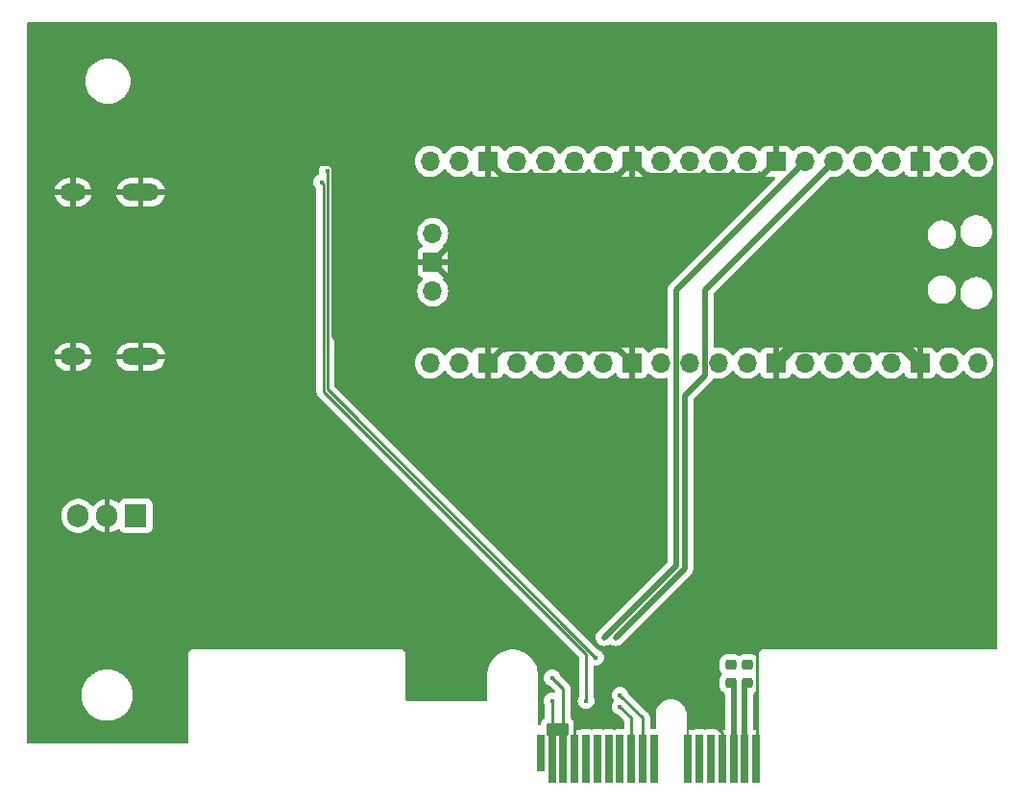
<source format=gbl>
G04 #@! TF.GenerationSoftware,KiCad,Pcbnew,7.0.10-7.0.10~ubuntu22.04.1*
G04 #@! TF.CreationDate,2024-01-14T22:23:25+01:00*
G04 #@! TF.ProjectId,pico-GPU,7069636f-2d47-4505-952e-6b696361645f,rev?*
G04 #@! TF.SameCoordinates,Original*
G04 #@! TF.FileFunction,Copper,L2,Bot*
G04 #@! TF.FilePolarity,Positive*
%FSLAX46Y46*%
G04 Gerber Fmt 4.6, Leading zero omitted, Abs format (unit mm)*
G04 Created by KiCad (PCBNEW 7.0.10-7.0.10~ubuntu22.04.1) date 2024-01-14 22:23:25*
%MOMM*%
%LPD*%
G01*
G04 APERTURE LIST*
G04 Aperture macros list*
%AMRoundRect*
0 Rectangle with rounded corners*
0 $1 Rounding radius*
0 $2 $3 $4 $5 $6 $7 $8 $9 X,Y pos of 4 corners*
0 Add a 4 corners polygon primitive as box body*
4,1,4,$2,$3,$4,$5,$6,$7,$8,$9,$2,$3,0*
0 Add four circle primitives for the rounded corners*
1,1,$1+$1,$2,$3*
1,1,$1+$1,$4,$5*
1,1,$1+$1,$6,$7*
1,1,$1+$1,$8,$9*
0 Add four rect primitives between the rounded corners*
20,1,$1+$1,$2,$3,$4,$5,0*
20,1,$1+$1,$4,$5,$6,$7,0*
20,1,$1+$1,$6,$7,$8,$9,0*
20,1,$1+$1,$8,$9,$2,$3,0*%
G04 Aperture macros list end*
G04 #@! TA.AperFunction,ConnectorPad*
%ADD10R,0.700000X4.200000*%
G04 #@! TD*
G04 #@! TA.AperFunction,ConnectorPad*
%ADD11R,0.700000X3.200000*%
G04 #@! TD*
G04 #@! TA.AperFunction,ComponentPad*
%ADD12R,1.905000X2.000000*%
G04 #@! TD*
G04 #@! TA.AperFunction,ComponentPad*
%ADD13O,1.905000X2.000000*%
G04 #@! TD*
G04 #@! TA.AperFunction,ComponentPad*
%ADD14O,3.300000X1.500000*%
G04 #@! TD*
G04 #@! TA.AperFunction,ComponentPad*
%ADD15O,2.300000X1.500000*%
G04 #@! TD*
G04 #@! TA.AperFunction,ComponentPad*
%ADD16O,1.700000X1.700000*%
G04 #@! TD*
G04 #@! TA.AperFunction,ComponentPad*
%ADD17R,1.700000X1.700000*%
G04 #@! TD*
G04 #@! TA.AperFunction,SMDPad,CuDef*
%ADD18RoundRect,0.218750X-0.256250X0.218750X-0.256250X-0.218750X0.256250X-0.218750X0.256250X0.218750X0*%
G04 #@! TD*
G04 #@! TA.AperFunction,SMDPad,CuDef*
%ADD19RoundRect,0.218750X0.256250X-0.218750X0.256250X0.218750X-0.256250X0.218750X-0.256250X-0.218750X0*%
G04 #@! TD*
G04 #@! TA.AperFunction,ViaPad*
%ADD20C,0.450000*%
G04 #@! TD*
G04 #@! TA.AperFunction,Conductor*
%ADD21C,0.500000*%
G04 #@! TD*
G04 #@! TA.AperFunction,Conductor*
%ADD22C,0.250000*%
G04 #@! TD*
G04 #@! TA.AperFunction,Conductor*
%ADD23C,1.000000*%
G04 #@! TD*
G04 #@! TA.AperFunction,Conductor*
%ADD24C,0.088900*%
G04 #@! TD*
G04 #@! TA.AperFunction,Conductor*
%ADD25C,0.150000*%
G04 #@! TD*
G04 APERTURE END LIST*
D10*
X129125000Y-190625000D03*
X128125000Y-190625000D03*
X127125000Y-190625000D03*
X126125000Y-190625000D03*
X125125000Y-190625000D03*
X124125000Y-190625000D03*
X123125000Y-190625000D03*
X120125000Y-190625000D03*
X119125000Y-190625000D03*
X118125000Y-190625000D03*
X117125000Y-190625000D03*
X116125000Y-190625000D03*
X115125000Y-190625000D03*
X114125000Y-190625000D03*
X113125000Y-190625000D03*
X112125000Y-190625000D03*
X111125000Y-190625000D03*
D11*
X110125000Y-190125000D03*
D12*
X74455000Y-169185000D03*
D13*
X71915000Y-169185000D03*
X69375000Y-169185000D03*
D14*
X74875000Y-155165000D03*
X74875000Y-140665000D03*
D15*
X68915000Y-155165000D03*
X68915000Y-140665000D03*
D16*
X100615000Y-149360000D03*
D17*
X100615000Y-146820000D03*
D16*
X100615000Y-144280000D03*
X148645000Y-155710000D03*
X146105000Y-155710000D03*
D17*
X143565000Y-155710000D03*
D16*
X141025000Y-155710000D03*
X138485000Y-155710000D03*
X135945000Y-155710000D03*
X133405000Y-155710000D03*
D17*
X130865000Y-155710000D03*
D16*
X128325000Y-155710000D03*
X125785000Y-155710000D03*
X123245000Y-155710000D03*
X120705000Y-155710000D03*
D17*
X118165000Y-155710000D03*
D16*
X115625000Y-155710000D03*
X113085000Y-155710000D03*
X110545000Y-155710000D03*
X108005000Y-155710000D03*
D17*
X105465000Y-155710000D03*
D16*
X102925000Y-155710000D03*
X100385000Y-155710000D03*
X100385000Y-137930000D03*
X102925000Y-137930000D03*
D17*
X105465000Y-137930000D03*
D16*
X108005000Y-137930000D03*
X110545000Y-137930000D03*
X113085000Y-137930000D03*
X115625000Y-137930000D03*
D17*
X118165000Y-137930000D03*
D16*
X120705000Y-137930000D03*
X123245000Y-137930000D03*
X125785000Y-137930000D03*
X128325000Y-137930000D03*
D17*
X130865000Y-137930000D03*
D16*
X133405000Y-137930000D03*
X135945000Y-137930000D03*
X138485000Y-137930000D03*
X141025000Y-137930000D03*
D17*
X143565000Y-137930000D03*
D16*
X146105000Y-137930000D03*
X148645000Y-137930000D03*
D18*
X126875000Y-182337500D03*
X126875000Y-183912500D03*
D19*
X128375000Y-183912500D03*
X128375000Y-182337500D03*
D20*
X128915000Y-178355000D03*
X78637000Y-146373000D03*
X89813000Y-151453000D03*
X117753000Y-180917000D03*
X122575000Y-183625000D03*
X88289000Y-151453000D03*
X86765000Y-141801000D03*
X88289000Y-143833000D03*
X114197000Y-178377000D03*
X84705000Y-141675000D03*
X81177000Y-147897000D03*
X111149000Y-183457000D03*
X111149000Y-185489000D03*
X117125000Y-184981000D03*
X117125000Y-185997000D03*
X115721000Y-179901000D03*
X114125000Y-185489000D03*
X90829000Y-139769000D03*
X114970000Y-181668000D03*
X91337000Y-138753000D03*
X116737000Y-179901000D03*
D21*
X105465000Y-141970000D02*
X100615000Y-146820000D01*
X90438000Y-138128000D02*
X86765000Y-141801000D01*
D22*
X126125000Y-190625000D02*
X126125000Y-188275000D01*
D21*
X106715000Y-154460000D02*
X116915000Y-154460000D01*
X118165000Y-137930000D02*
X116915000Y-139180000D01*
D22*
X129175000Y-190575000D02*
X129175000Y-178623000D01*
X128915000Y-178363000D02*
X128915000Y-178355000D01*
X125626000Y-186676000D02*
X122575000Y-183625000D01*
D23*
X130865000Y-155710000D02*
X132303900Y-154271100D01*
D21*
X118165000Y-162405000D02*
X117645000Y-162925000D01*
X91595884Y-138128000D02*
X90438000Y-138128000D01*
D24*
X68915000Y-140665000D02*
X74875000Y-140665000D01*
D21*
X100615000Y-146820000D02*
X105465000Y-151670000D01*
D23*
X132303900Y-154271100D02*
X142126100Y-154271100D01*
D21*
X130865000Y-137930000D02*
X129615000Y-139180000D01*
D22*
X113125000Y-186053000D02*
X113181000Y-185997000D01*
X128915000Y-178355000D02*
X128907000Y-178355000D01*
D21*
X91962000Y-153305000D02*
X91962000Y-138494116D01*
X116915000Y-139180000D02*
X106715000Y-139180000D01*
X106715000Y-139180000D02*
X105465000Y-137930000D01*
X105465000Y-151670000D02*
X105465000Y-155710000D01*
X105465000Y-137930000D02*
X105465000Y-141970000D01*
D23*
X142126100Y-154271100D02*
X143565000Y-155710000D01*
D22*
X128907000Y-178355000D02*
X128929000Y-178377000D01*
X113125000Y-190625000D02*
X113125000Y-186053000D01*
X129175000Y-178623000D02*
X128915000Y-178363000D01*
D24*
X68915000Y-155165000D02*
X74875000Y-155165000D01*
D21*
X129615000Y-139180000D02*
X119415000Y-139180000D01*
X101582000Y-162925000D02*
X91962000Y-153305000D01*
D22*
X126125000Y-188275000D02*
X125626000Y-187776000D01*
D21*
X116915000Y-154460000D02*
X118165000Y-155710000D01*
D22*
X125626000Y-187776000D02*
X125626000Y-186676000D01*
D25*
X123125000Y-190625000D02*
X123125000Y-184175000D01*
D21*
X105465000Y-155710000D02*
X106715000Y-154460000D01*
X117645000Y-162925000D02*
X101582000Y-162925000D01*
X91962000Y-138494116D02*
X91595884Y-138128000D01*
X118165000Y-155710000D02*
X118165000Y-162405000D01*
D25*
X123125000Y-184175000D02*
X122575000Y-183625000D01*
D22*
X129125000Y-190625000D02*
X129175000Y-190575000D01*
D21*
X119415000Y-139180000D02*
X118165000Y-137930000D01*
D22*
X112125000Y-190625000D02*
X112125000Y-184433000D01*
X112125000Y-184433000D02*
X111149000Y-183457000D01*
X111125000Y-190625000D02*
X111125000Y-185513000D01*
X111125000Y-185513000D02*
X111149000Y-185489000D01*
X118125000Y-186997000D02*
X117125000Y-185997000D01*
X119125000Y-186981000D02*
X117125000Y-184981000D01*
X118125000Y-190625000D02*
X118125000Y-186997000D01*
X119125000Y-190625000D02*
X119125000Y-186981000D01*
X90829000Y-139769000D02*
X90937000Y-139877000D01*
X90937000Y-139877000D02*
X90937000Y-139938100D01*
D21*
X115721000Y-179901000D02*
X122056100Y-173565900D01*
D22*
X90829000Y-139769000D02*
X90998100Y-139938100D01*
D21*
X122056100Y-173565900D02*
X122056100Y-149278900D01*
D22*
X90998100Y-139938100D02*
X90998100Y-158226100D01*
X114125000Y-181353000D02*
X114125000Y-185489000D01*
X90998100Y-158226100D02*
X114125000Y-181353000D01*
D21*
X122056100Y-149278900D02*
X133405000Y-137930000D01*
D22*
X91337000Y-138753000D02*
X91337000Y-158035000D01*
D21*
X122833000Y-158565000D02*
X124596100Y-156801900D01*
X116737000Y-179901000D02*
X122833000Y-173805000D01*
D22*
X91337000Y-158035000D02*
X114970000Y-181668000D01*
D21*
X124596100Y-156801900D02*
X124596100Y-149278900D01*
X122833000Y-173805000D02*
X122833000Y-158565000D01*
X124596100Y-149278900D02*
X135945000Y-137930000D01*
X127125000Y-184162500D02*
X126875000Y-183912500D01*
X127125000Y-190625000D02*
X127125000Y-184162500D01*
X128125000Y-190625000D02*
X128125000Y-184162500D01*
X128125000Y-184162500D02*
X128375000Y-183912500D01*
G04 #@! TA.AperFunction,Conductor*
G36*
X150307539Y-125655185D02*
G01*
X150353294Y-125707989D01*
X150364500Y-125759500D01*
X150364500Y-180850500D01*
X150344815Y-180917539D01*
X150292011Y-180963294D01*
X150240500Y-180974500D01*
X129816275Y-180974500D01*
X129796879Y-180972973D01*
X129775000Y-180969508D01*
X129774998Y-180969508D01*
X129743481Y-180974500D01*
X129743480Y-180974500D01*
X129649699Y-180989352D01*
X129649698Y-180989352D01*
X129574337Y-181027751D01*
X129536658Y-181046950D01*
X129536657Y-181046951D01*
X129536652Y-181046954D01*
X129446954Y-181136652D01*
X129446951Y-181136657D01*
X129389352Y-181249698D01*
X129389352Y-181249699D01*
X129369508Y-181374996D01*
X129369508Y-181375000D01*
X129372973Y-181396876D01*
X129374500Y-181416275D01*
X129374500Y-181534151D01*
X129354815Y-181601190D01*
X129302011Y-181646945D01*
X129232853Y-181656889D01*
X129169297Y-181627864D01*
X129162819Y-181621832D01*
X129085388Y-181544401D01*
X129085387Y-181544400D01*
X128940692Y-181455151D01*
X128779314Y-181401676D01*
X128779311Y-181401675D01*
X128779312Y-181401675D01*
X128679712Y-181391500D01*
X128070296Y-181391500D01*
X128070280Y-181391501D01*
X127970684Y-181401676D01*
X127809310Y-181455150D01*
X127809305Y-181455152D01*
X127690097Y-181528681D01*
X127622704Y-181547121D01*
X127559903Y-181528681D01*
X127440694Y-181455152D01*
X127440689Y-181455150D01*
X127439250Y-181454673D01*
X127279314Y-181401676D01*
X127279311Y-181401675D01*
X127279312Y-181401675D01*
X127179712Y-181391500D01*
X126570296Y-181391500D01*
X126570280Y-181391501D01*
X126470684Y-181401676D01*
X126309310Y-181455150D01*
X126309305Y-181455152D01*
X126164611Y-181544401D01*
X126044401Y-181664611D01*
X125955152Y-181809305D01*
X125955150Y-181809310D01*
X125901675Y-181970689D01*
X125891500Y-182070281D01*
X125891500Y-182604703D01*
X125891501Y-182604719D01*
X125901676Y-182704315D01*
X125955150Y-182865689D01*
X125955152Y-182865694D01*
X125972575Y-182893941D01*
X126036005Y-182996777D01*
X126044401Y-183010388D01*
X126071332Y-183037319D01*
X126104817Y-183098642D01*
X126099833Y-183168334D01*
X126071332Y-183212681D01*
X126044401Y-183239611D01*
X125955152Y-183384305D01*
X125955150Y-183384310D01*
X125901675Y-183545689D01*
X125891500Y-183645281D01*
X125891500Y-184179703D01*
X125891501Y-184179719D01*
X125901676Y-184279315D01*
X125955150Y-184440689D01*
X125955152Y-184440694D01*
X125987471Y-184493091D01*
X126044400Y-184585387D01*
X126164613Y-184705600D01*
X126307598Y-184793794D01*
X126354321Y-184845741D01*
X126366500Y-184899332D01*
X126366500Y-188029000D01*
X125875000Y-188029000D01*
X125875000Y-188025000D01*
X125727172Y-188025000D01*
X125696570Y-188028290D01*
X125683315Y-188029000D01*
X125622632Y-188029000D01*
X125592067Y-188023485D01*
X125591758Y-188024796D01*
X125584202Y-188023011D01*
X125523654Y-188016500D01*
X125523638Y-188016500D01*
X124726362Y-188016500D01*
X124726345Y-188016500D01*
X124665797Y-188023011D01*
X124658242Y-188024796D01*
X124657932Y-188023485D01*
X124627368Y-188029000D01*
X124622632Y-188029000D01*
X124592067Y-188023485D01*
X124591758Y-188024796D01*
X124584202Y-188023011D01*
X124523654Y-188016500D01*
X124523638Y-188016500D01*
X123726362Y-188016500D01*
X123726345Y-188016500D01*
X123665797Y-188023011D01*
X123658242Y-188024796D01*
X123657932Y-188023485D01*
X123627368Y-188029000D01*
X123566685Y-188029000D01*
X123553430Y-188028290D01*
X123522828Y-188025000D01*
X123375000Y-188025000D01*
X123375000Y-188029000D01*
X122975500Y-188029000D01*
X122975500Y-186563095D01*
X122972295Y-186543890D01*
X122938661Y-186342336D01*
X122865990Y-186130651D01*
X122821396Y-186048248D01*
X122759471Y-185933820D01*
X122759465Y-185933811D01*
X122622005Y-185757203D01*
X122622002Y-185757200D01*
X122622000Y-185757197D01*
X122457337Y-185605614D01*
X122457334Y-185605612D01*
X122269969Y-185483199D01*
X122101781Y-185409426D01*
X122065009Y-185393297D01*
X121848047Y-185338354D01*
X121848039Y-185338352D01*
X121625006Y-185319872D01*
X121624994Y-185319872D01*
X121401960Y-185338352D01*
X121401952Y-185338354D01*
X121184990Y-185393297D01*
X121184988Y-185393298D01*
X120980030Y-185483199D01*
X120792665Y-185605612D01*
X120792661Y-185605615D01*
X120627997Y-185757200D01*
X120627994Y-185757203D01*
X120490534Y-185933811D01*
X120490528Y-185933820D01*
X120384013Y-186130644D01*
X120384008Y-186130654D01*
X120311339Y-186342333D01*
X120291771Y-186459595D01*
X120277771Y-186543496D01*
X120274500Y-186563095D01*
X120274500Y-187892500D01*
X120254815Y-187959539D01*
X120202011Y-188005294D01*
X120150500Y-188016500D01*
X119882500Y-188016500D01*
X119815461Y-187996815D01*
X119769706Y-187944011D01*
X119758500Y-187892500D01*
X119758500Y-187064631D01*
X119760238Y-187048881D01*
X119759968Y-187048856D01*
X119760701Y-187041094D01*
X119760702Y-187041091D01*
X119758561Y-186972981D01*
X119758500Y-186969085D01*
X119758500Y-186941146D01*
X119758500Y-186941144D01*
X119757981Y-186937041D01*
X119757064Y-186925389D01*
X119755673Y-186881110D01*
X119755672Y-186881108D01*
X119749979Y-186861514D01*
X119746032Y-186842457D01*
X119743474Y-186822203D01*
X119727162Y-186781004D01*
X119723377Y-186769950D01*
X119720904Y-186761437D01*
X119711018Y-186727407D01*
X119700622Y-186709829D01*
X119692066Y-186692362D01*
X119685192Y-186675000D01*
X119684552Y-186673383D01*
X119658510Y-186637539D01*
X119652099Y-186627781D01*
X119629542Y-186589638D01*
X119615108Y-186575204D01*
X119602471Y-186560409D01*
X119590472Y-186543893D01*
X119590469Y-186543891D01*
X119590469Y-186543890D01*
X119556325Y-186515643D01*
X119547685Y-186507781D01*
X117858177Y-184818272D01*
X117828816Y-184771545D01*
X117824226Y-184758428D01*
X117790042Y-184660733D01*
X117787532Y-184656739D01*
X117702101Y-184520776D01*
X117585223Y-184403898D01*
X117445268Y-184315958D01*
X117289246Y-184261364D01*
X117125004Y-184242859D01*
X117124996Y-184242859D01*
X116960753Y-184261364D01*
X116804731Y-184315958D01*
X116664776Y-184403898D01*
X116547898Y-184520776D01*
X116459958Y-184660731D01*
X116405364Y-184816753D01*
X116386859Y-184980996D01*
X116386859Y-184981003D01*
X116405364Y-185145246D01*
X116459958Y-185301268D01*
X116536465Y-185423028D01*
X116555465Y-185490265D01*
X116536465Y-185554972D01*
X116459958Y-185676731D01*
X116405364Y-185832753D01*
X116386859Y-185996996D01*
X116386859Y-185997003D01*
X116405364Y-186161246D01*
X116459958Y-186317268D01*
X116513178Y-186401966D01*
X116547898Y-186457223D01*
X116664777Y-186574102D01*
X116716792Y-186606785D01*
X116804732Y-186662042D01*
X116804735Y-186662042D01*
X116809671Y-186663770D01*
X116915549Y-186700819D01*
X116962275Y-186730179D01*
X117455181Y-187223085D01*
X117488666Y-187284408D01*
X117491500Y-187310766D01*
X117491500Y-187892500D01*
X117471815Y-187959539D01*
X117419011Y-188005294D01*
X117367500Y-188016500D01*
X116726345Y-188016500D01*
X116665797Y-188023011D01*
X116658242Y-188024796D01*
X116657932Y-188023485D01*
X116627368Y-188029000D01*
X116622632Y-188029000D01*
X116592067Y-188023485D01*
X116591758Y-188024796D01*
X116584202Y-188023011D01*
X116523654Y-188016500D01*
X116523638Y-188016500D01*
X115726362Y-188016500D01*
X115726345Y-188016500D01*
X115665797Y-188023011D01*
X115658242Y-188024796D01*
X115657932Y-188023485D01*
X115627368Y-188029000D01*
X115622632Y-188029000D01*
X115592067Y-188023485D01*
X115591758Y-188024796D01*
X115584202Y-188023011D01*
X115523654Y-188016500D01*
X115523638Y-188016500D01*
X114726362Y-188016500D01*
X114726345Y-188016500D01*
X114665797Y-188023011D01*
X114658242Y-188024796D01*
X114657932Y-188023485D01*
X114627368Y-188029000D01*
X114622632Y-188029000D01*
X114592067Y-188023485D01*
X114591758Y-188024796D01*
X114584202Y-188023011D01*
X114523654Y-188016500D01*
X114523638Y-188016500D01*
X113726362Y-188016500D01*
X113726345Y-188016500D01*
X113665797Y-188023011D01*
X113658242Y-188024796D01*
X113657932Y-188023485D01*
X113627368Y-188029000D01*
X113566685Y-188029000D01*
X113553430Y-188028290D01*
X113522828Y-188025000D01*
X113262500Y-188025000D01*
X113195461Y-188005315D01*
X113149706Y-187952511D01*
X113138500Y-187901000D01*
X113138500Y-187624010D01*
X113138500Y-187624000D01*
X113126764Y-187514843D01*
X113115558Y-187463332D01*
X113115453Y-187463017D01*
X113080893Y-187359179D01*
X113080890Y-187359173D01*
X113001871Y-187236218D01*
X113001865Y-187236211D01*
X112956120Y-187183418D01*
X112956117Y-187183415D01*
X112845666Y-187087706D01*
X112845656Y-187087700D01*
X112830982Y-187080998D01*
X112778181Y-187035241D01*
X112758500Y-186968207D01*
X112758500Y-184516626D01*
X112760238Y-184500881D01*
X112759967Y-184500856D01*
X112760701Y-184493093D01*
X112758561Y-184424999D01*
X112758500Y-184421104D01*
X112758500Y-184393150D01*
X112758500Y-184393144D01*
X112757980Y-184389031D01*
X112757064Y-184377389D01*
X112756482Y-184358874D01*
X112755673Y-184333110D01*
X112749977Y-184313508D01*
X112746032Y-184294457D01*
X112743474Y-184274203D01*
X112727165Y-184233011D01*
X112723380Y-184221958D01*
X112722284Y-184218186D01*
X112711018Y-184179406D01*
X112700625Y-184161833D01*
X112692063Y-184144355D01*
X112692023Y-184144255D01*
X112684552Y-184125383D01*
X112684550Y-184125380D01*
X112684549Y-184125378D01*
X112658512Y-184089541D01*
X112652098Y-184079778D01*
X112647842Y-184072581D01*
X112629542Y-184041637D01*
X112615108Y-184027203D01*
X112602469Y-184012406D01*
X112600773Y-184010072D01*
X112590472Y-183995893D01*
X112556336Y-183967653D01*
X112547696Y-183959791D01*
X111882177Y-183294272D01*
X111852816Y-183247545D01*
X111852447Y-183246491D01*
X111814042Y-183136733D01*
X111802793Y-183118831D01*
X111751576Y-183037319D01*
X111726102Y-182996777D01*
X111609223Y-182879898D01*
X111595652Y-182871371D01*
X111469268Y-182791958D01*
X111313246Y-182737364D01*
X111149004Y-182718859D01*
X111148996Y-182718859D01*
X110984753Y-182737364D01*
X110828731Y-182791958D01*
X110688776Y-182879898D01*
X110571898Y-182996776D01*
X110483958Y-183136731D01*
X110429364Y-183292753D01*
X110410859Y-183456996D01*
X110410859Y-183457003D01*
X110429364Y-183621246D01*
X110483958Y-183777268D01*
X110541248Y-183868444D01*
X110571898Y-183917223D01*
X110688777Y-184034102D01*
X110700766Y-184041635D01*
X110828732Y-184122042D01*
X110828736Y-184122043D01*
X110939549Y-184160819D01*
X110986275Y-184190179D01*
X111346908Y-184550812D01*
X111380393Y-184612135D01*
X111375409Y-184681827D01*
X111333537Y-184737760D01*
X111268073Y-184762177D01*
X111245345Y-184761713D01*
X111149005Y-184750859D01*
X111148996Y-184750859D01*
X110984753Y-184769364D01*
X110828731Y-184823958D01*
X110688776Y-184911898D01*
X110571898Y-185028776D01*
X110483958Y-185168731D01*
X110429364Y-185324753D01*
X110410859Y-185488996D01*
X110410859Y-185489000D01*
X110429364Y-185653246D01*
X110429365Y-185653251D01*
X110429366Y-185653252D01*
X110465738Y-185757197D01*
X110484542Y-185810936D01*
X110491500Y-185851890D01*
X110491500Y-186971692D01*
X110471815Y-187038731D01*
X110434540Y-187076007D01*
X110361218Y-187123128D01*
X110361211Y-187123134D01*
X110308418Y-187168879D01*
X110308415Y-187168882D01*
X110212705Y-187279335D01*
X110212701Y-187279341D01*
X110151987Y-187412283D01*
X110132300Y-187479328D01*
X110122238Y-187549315D01*
X110093213Y-187612870D01*
X110034435Y-187650645D01*
X109964566Y-187650645D01*
X109905787Y-187612871D01*
X109876762Y-187549315D01*
X109875500Y-187531668D01*
X109875500Y-183054139D01*
X109875500Y-183054133D01*
X109837421Y-182764895D01*
X109761915Y-182483102D01*
X109650273Y-182213575D01*
X109650271Y-182213572D01*
X109650269Y-182213567D01*
X109567547Y-182070290D01*
X109504406Y-181960926D01*
X109326810Y-181729478D01*
X109326805Y-181729472D01*
X109120527Y-181523194D01*
X109120520Y-181523188D01*
X108889078Y-181345597D01*
X108889077Y-181345596D01*
X108889074Y-181345594D01*
X108788343Y-181287437D01*
X108636432Y-181199730D01*
X108636415Y-181199722D01*
X108366896Y-181088084D01*
X108226001Y-181050332D01*
X108085105Y-181012579D01*
X108085099Y-181012578D01*
X108085094Y-181012577D01*
X107795876Y-180974501D01*
X107795873Y-180974500D01*
X107795867Y-180974500D01*
X107504133Y-180974500D01*
X107504127Y-180974500D01*
X107504123Y-180974501D01*
X107214905Y-181012577D01*
X107214898Y-181012578D01*
X107214895Y-181012579D01*
X107155342Y-181028536D01*
X106933103Y-181088084D01*
X106663584Y-181199722D01*
X106663567Y-181199730D01*
X106410921Y-181345597D01*
X106179479Y-181523188D01*
X106179472Y-181523194D01*
X105973194Y-181729472D01*
X105973188Y-181729479D01*
X105795597Y-181960921D01*
X105649730Y-182213567D01*
X105649722Y-182213584D01*
X105538084Y-182483103D01*
X105505502Y-182604703D01*
X105464940Y-182756086D01*
X105462580Y-182764892D01*
X105462577Y-182764905D01*
X105424501Y-183054123D01*
X105424500Y-183054139D01*
X105424500Y-185365000D01*
X105404815Y-185432039D01*
X105352011Y-185477794D01*
X105300500Y-185489000D01*
X98349500Y-185489000D01*
X98282461Y-185469315D01*
X98236706Y-185416511D01*
X98225500Y-185365000D01*
X98225500Y-181416275D01*
X98227027Y-181396876D01*
X98230492Y-181375000D01*
X98230492Y-181374996D01*
X98210647Y-181249699D01*
X98210647Y-181249698D01*
X98189287Y-181207777D01*
X98153050Y-181136658D01*
X98153046Y-181136654D01*
X98153045Y-181136652D01*
X98063347Y-181046954D01*
X98063344Y-181046952D01*
X98063342Y-181046950D01*
X97950304Y-180989354D01*
X97950303Y-180989353D01*
X97950300Y-180989352D01*
X97856520Y-180974500D01*
X97856519Y-180974500D01*
X97825002Y-180969508D01*
X97825000Y-180969508D01*
X97803120Y-180972973D01*
X97783725Y-180974500D01*
X79516275Y-180974500D01*
X79496879Y-180972973D01*
X79475000Y-180969508D01*
X79474998Y-180969508D01*
X79443481Y-180974500D01*
X79443480Y-180974500D01*
X79349699Y-180989352D01*
X79349698Y-180989352D01*
X79274337Y-181027751D01*
X79236658Y-181046950D01*
X79236657Y-181046951D01*
X79236652Y-181046954D01*
X79146954Y-181136652D01*
X79146951Y-181136657D01*
X79089352Y-181249698D01*
X79089352Y-181249699D01*
X79069508Y-181374996D01*
X79069508Y-181375000D01*
X79072973Y-181396876D01*
X79074500Y-181416275D01*
X79074500Y-189100500D01*
X79054815Y-189167539D01*
X79002011Y-189213294D01*
X78950500Y-189224500D01*
X64999500Y-189224500D01*
X64932461Y-189204815D01*
X64886706Y-189152011D01*
X64875500Y-189100500D01*
X64875500Y-184985000D01*
X69651654Y-184985000D01*
X69653626Y-185015090D01*
X69653822Y-185027339D01*
X69652709Y-185060635D01*
X69652709Y-185060645D01*
X69663690Y-185169801D01*
X69664047Y-185174101D01*
X69671016Y-185280422D01*
X69671017Y-185280429D01*
X69677548Y-185313267D01*
X69679307Y-185325038D01*
X69682976Y-185361500D01*
X69707640Y-185464997D01*
X69708635Y-185469548D01*
X69716630Y-185509738D01*
X69728776Y-185570797D01*
X69728779Y-185570807D01*
X69728780Y-185570809D01*
X69740604Y-185605645D01*
X69743806Y-185616752D01*
X69753072Y-185655632D01*
X69753075Y-185655641D01*
X69790117Y-185751818D01*
X69791822Y-185756527D01*
X69823936Y-185851133D01*
X69823938Y-185851139D01*
X69841688Y-185887134D01*
X69846187Y-185897405D01*
X69861748Y-185937806D01*
X69909695Y-186025298D01*
X69912165Y-186030046D01*
X69954885Y-186116674D01*
X69979028Y-186152808D01*
X69984664Y-186162101D01*
X70007064Y-186202974D01*
X70007071Y-186202985D01*
X70064275Y-186280623D01*
X70067548Y-186285286D01*
X70119368Y-186362839D01*
X70150208Y-186398006D01*
X70156808Y-186406210D01*
X70186431Y-186446414D01*
X70251182Y-186513366D01*
X70255254Y-186517787D01*
X70314573Y-186585427D01*
X70314576Y-186585430D01*
X70314579Y-186585433D01*
X70336339Y-186604515D01*
X70352244Y-186618463D01*
X70359613Y-186625482D01*
X70396641Y-186663769D01*
X70396648Y-186663775D01*
X70467113Y-186719421D01*
X70472023Y-186723508D01*
X70537158Y-186780630D01*
X70537160Y-186780631D01*
X70537162Y-186780633D01*
X70581594Y-186810321D01*
X70589541Y-186816101D01*
X70633944Y-186851166D01*
X70633943Y-186851166D01*
X70708352Y-186895238D01*
X70714051Y-186898826D01*
X70783327Y-186945115D01*
X70834236Y-186970220D01*
X70842556Y-186974726D01*
X70894114Y-187005265D01*
X70970667Y-187037725D01*
X70977095Y-187040671D01*
X71034421Y-187068941D01*
X71048855Y-187076059D01*
X71105754Y-187095373D01*
X71114278Y-187098623D01*
X71155021Y-187115899D01*
X71172498Y-187123310D01*
X71249532Y-187144411D01*
X71256578Y-187146571D01*
X71329203Y-187171224D01*
X71391391Y-187183593D01*
X71399924Y-187185608D01*
X71464132Y-187203197D01*
X71539980Y-187213397D01*
X71547627Y-187214671D01*
X71619574Y-187228983D01*
X71619581Y-187228983D01*
X71619586Y-187228984D01*
X71686147Y-187233347D01*
X71694562Y-187234186D01*
X71763811Y-187243500D01*
X71836997Y-187243500D01*
X71845106Y-187243765D01*
X71915000Y-187248346D01*
X71985343Y-187243735D01*
X71989291Y-187243541D01*
X71990491Y-187243500D01*
X71990511Y-187243500D01*
X72064003Y-187238579D01*
X72064179Y-187238618D01*
X72064176Y-187238568D01*
X72064177Y-187238568D01*
X72210426Y-187228983D01*
X72210431Y-187228981D01*
X72211209Y-187228931D01*
X72215890Y-187228467D01*
X72216698Y-187228358D01*
X72216702Y-187228358D01*
X72360246Y-187199181D01*
X72500797Y-187171224D01*
X72500821Y-187171215D01*
X72504723Y-187170171D01*
X72504773Y-187170358D01*
X72513008Y-187168132D01*
X72513017Y-187168130D01*
X72513018Y-187168129D01*
X72513021Y-187168129D01*
X72648223Y-187121180D01*
X72648817Y-187120976D01*
X72781145Y-187076059D01*
X72781259Y-187076002D01*
X72781306Y-187075980D01*
X72795495Y-187070043D01*
X72798668Y-187068942D01*
X72923411Y-187005905D01*
X72924240Y-187005491D01*
X73046673Y-186945115D01*
X73049604Y-186943155D01*
X73062573Y-186935583D01*
X73068545Y-186932566D01*
X73180948Y-186855404D01*
X73182125Y-186854607D01*
X73292838Y-186780633D01*
X73297994Y-186776109D01*
X73309574Y-186767108D01*
X73317838Y-186761437D01*
X73416514Y-186672188D01*
X73417806Y-186671037D01*
X73515427Y-186585427D01*
X73522149Y-186577761D01*
X73532189Y-186567566D01*
X73542097Y-186558606D01*
X73625848Y-186459542D01*
X73627223Y-186457946D01*
X73710633Y-186362838D01*
X73718149Y-186351589D01*
X73726548Y-186340434D01*
X73737320Y-186327695D01*
X73805284Y-186221229D01*
X73806645Y-186219143D01*
X73875115Y-186116673D01*
X73882567Y-186101560D01*
X73889260Y-186089685D01*
X73900020Y-186072829D01*
X73900021Y-186072828D01*
X73900021Y-186072826D01*
X73900024Y-186072823D01*
X73951826Y-185961191D01*
X73953027Y-185958681D01*
X74006059Y-185851145D01*
X74012546Y-185832031D01*
X74017476Y-185819719D01*
X74027306Y-185798539D01*
X74062778Y-185684185D01*
X74063787Y-185681082D01*
X74101224Y-185570797D01*
X74105805Y-185547761D01*
X74108991Y-185535208D01*
X74116893Y-185509738D01*
X74136254Y-185394954D01*
X74136905Y-185391415D01*
X74142160Y-185365000D01*
X74158983Y-185280426D01*
X74160738Y-185253645D01*
X74162197Y-185241149D01*
X74167187Y-185211572D01*
X74170965Y-185098551D01*
X74171161Y-185094609D01*
X74173388Y-185060645D01*
X74178346Y-184985000D01*
X74176372Y-184954901D01*
X74176176Y-184942682D01*
X74177291Y-184909363D01*
X74166310Y-184800215D01*
X74165954Y-184795919D01*
X74158984Y-184689590D01*
X74158983Y-184689574D01*
X74152449Y-184656725D01*
X74150691Y-184644957D01*
X74147024Y-184608507D01*
X74147023Y-184608499D01*
X74122356Y-184504991D01*
X74121361Y-184500437D01*
X74113371Y-184460268D01*
X74101224Y-184399203D01*
X74089386Y-184364332D01*
X74086196Y-184353261D01*
X74076927Y-184314364D01*
X74039879Y-184218174D01*
X74038178Y-184213477D01*
X74006059Y-184118855D01*
X73988303Y-184082849D01*
X73983814Y-184072602D01*
X73968250Y-184032191D01*
X73920303Y-183944700D01*
X73917851Y-183939987D01*
X73875115Y-183853327D01*
X73850977Y-183817202D01*
X73845339Y-183807906D01*
X73830333Y-183780525D01*
X73822933Y-183767021D01*
X73765707Y-183689354D01*
X73762450Y-183684711D01*
X73710634Y-183607163D01*
X73679791Y-183571993D01*
X73673191Y-183563789D01*
X73659855Y-183545689D01*
X73643569Y-183523586D01*
X73578828Y-183456644D01*
X73574734Y-183452199D01*
X73515434Y-183384581D01*
X73515432Y-183384578D01*
X73515429Y-183384575D01*
X73515427Y-183384573D01*
X73477756Y-183351536D01*
X73470387Y-183344517D01*
X73433359Y-183306231D01*
X73433353Y-183306226D01*
X73422634Y-183297761D01*
X73362870Y-183250566D01*
X73358004Y-183246516D01*
X73292838Y-183189367D01*
X73248413Y-183159683D01*
X73240458Y-183153898D01*
X73196053Y-183118832D01*
X73196051Y-183118830D01*
X73121645Y-183074759D01*
X73115948Y-183071173D01*
X73046667Y-183024881D01*
X72995776Y-182999785D01*
X72987428Y-182995263D01*
X72935894Y-182964739D01*
X72935888Y-182964736D01*
X72935886Y-182964735D01*
X72919039Y-182957591D01*
X72859324Y-182932269D01*
X72852892Y-182929322D01*
X72781145Y-182893941D01*
X72781142Y-182893940D01*
X72724255Y-182874629D01*
X72715708Y-182871371D01*
X72702308Y-182865689D01*
X72657502Y-182846690D01*
X72657501Y-182846689D01*
X72580507Y-182825598D01*
X72573413Y-182823424D01*
X72500804Y-182798778D01*
X72500800Y-182798777D01*
X72500797Y-182798776D01*
X72438619Y-182786407D01*
X72430055Y-182784385D01*
X72365877Y-182766805D01*
X72365870Y-182766803D01*
X72365868Y-182766803D01*
X72365864Y-182766802D01*
X72365852Y-182766800D01*
X72290048Y-182756605D01*
X72282389Y-182755330D01*
X72234925Y-182745890D01*
X72210426Y-182741017D01*
X72210423Y-182741016D01*
X72210419Y-182741016D01*
X72143859Y-182736653D01*
X72135445Y-182735813D01*
X72085502Y-182729097D01*
X72066189Y-182726500D01*
X72066188Y-182726500D01*
X71993003Y-182726500D01*
X71984894Y-182726235D01*
X71973670Y-182725499D01*
X71915000Y-182721654D01*
X71914999Y-182721654D01*
X71844669Y-182726263D01*
X71840710Y-182726459D01*
X71839478Y-182726500D01*
X71771960Y-182731020D01*
X71765822Y-182731431D01*
X71765789Y-182731433D01*
X71765650Y-182731442D01*
X71618894Y-182741061D01*
X71614035Y-182741543D01*
X71613287Y-182741643D01*
X71470063Y-182770754D01*
X71469557Y-182770856D01*
X71329203Y-182798775D01*
X71325291Y-182799824D01*
X71325243Y-182799645D01*
X71317049Y-182801856D01*
X71316984Y-182801869D01*
X71316970Y-182801872D01*
X71181882Y-182848780D01*
X71181067Y-182849060D01*
X71048856Y-182893940D01*
X71048854Y-182893940D01*
X71048662Y-182894036D01*
X71034526Y-182899948D01*
X71031336Y-182901055D01*
X71031323Y-182901061D01*
X70906750Y-182964011D01*
X70905670Y-182964551D01*
X70783327Y-183024885D01*
X70783319Y-183024890D01*
X70780374Y-183026857D01*
X70767447Y-183034404D01*
X70761465Y-183037427D01*
X70761453Y-183037434D01*
X70649105Y-183114556D01*
X70647821Y-183115426D01*
X70537158Y-183189369D01*
X70531999Y-183193894D01*
X70520427Y-183202889D01*
X70512163Y-183208562D01*
X70413538Y-183297761D01*
X70412122Y-183299022D01*
X70314574Y-183384571D01*
X70307845Y-183392243D01*
X70297816Y-183402426D01*
X70287911Y-183411386D01*
X70287904Y-183411393D01*
X70204201Y-183510396D01*
X70202737Y-183512096D01*
X70119368Y-183607160D01*
X70111847Y-183618414D01*
X70103451Y-183629563D01*
X70092683Y-183642301D01*
X70092680Y-183642305D01*
X70065609Y-183684711D01*
X70024728Y-183748748D01*
X70023313Y-183750913D01*
X69954888Y-183853321D01*
X69954884Y-183853327D01*
X69947429Y-183868444D01*
X69940743Y-183880309D01*
X69929975Y-183897178D01*
X69878204Y-184008737D01*
X69876939Y-184011380D01*
X69823939Y-184118856D01*
X69817456Y-184137956D01*
X69812521Y-184150281D01*
X69802697Y-184171454D01*
X69802690Y-184171472D01*
X69767236Y-184285762D01*
X69766224Y-184288880D01*
X69728776Y-184399203D01*
X69724420Y-184421104D01*
X69724192Y-184422248D01*
X69721008Y-184434789D01*
X69713108Y-184460256D01*
X69713105Y-184460268D01*
X69693749Y-184575009D01*
X69693095Y-184578571D01*
X69671016Y-184689580D01*
X69671015Y-184689582D01*
X69669261Y-184716346D01*
X69667800Y-184728855D01*
X69662813Y-184758420D01*
X69659035Y-184871395D01*
X69658839Y-184875358D01*
X69651654Y-184985000D01*
X64875500Y-184985000D01*
X64875500Y-169292927D01*
X67914000Y-169292927D01*
X67918036Y-169341631D01*
X67928987Y-169473799D01*
X67988425Y-169708512D01*
X68085684Y-169930241D01*
X68218111Y-170132937D01*
X68218114Y-170132940D01*
X68382100Y-170311076D01*
X68474785Y-170383216D01*
X68563997Y-170452653D01*
X68573170Y-170459792D01*
X68786112Y-170575030D01*
X68905026Y-170615853D01*
X69015113Y-170653647D01*
X69015115Y-170653647D01*
X69015117Y-170653648D01*
X69253938Y-170693500D01*
X69253939Y-170693500D01*
X69496061Y-170693500D01*
X69496062Y-170693500D01*
X69734883Y-170653648D01*
X69963888Y-170575030D01*
X70176830Y-170459792D01*
X70367900Y-170311076D01*
X70531886Y-170132940D01*
X70546266Y-170110928D01*
X70599410Y-170065571D01*
X70668641Y-170056146D01*
X70731978Y-170085645D01*
X70753883Y-170110923D01*
X70764848Y-170127706D01*
X70764851Y-170127710D01*
X70927873Y-170304797D01*
X70927883Y-170304806D01*
X71117831Y-170452649D01*
X71117840Y-170452655D01*
X71329531Y-170567215D01*
X71329545Y-170567221D01*
X71557207Y-170645379D01*
X71665000Y-170663366D01*
X71665000Y-169730881D01*
X71758369Y-169769556D01*
X71875677Y-169785000D01*
X71954323Y-169785000D01*
X72071631Y-169769556D01*
X72165000Y-169730881D01*
X72165000Y-170663365D01*
X72272792Y-170645379D01*
X72500454Y-170567221D01*
X72500468Y-170567215D01*
X72712159Y-170452655D01*
X72712162Y-170452653D01*
X72848129Y-170346825D01*
X72913123Y-170321182D01*
X72981663Y-170334748D01*
X73031988Y-170383216D01*
X73040473Y-170401343D01*
X73051611Y-170431204D01*
X73139239Y-170548261D01*
X73256296Y-170635889D01*
X73393299Y-170686989D01*
X73420550Y-170689918D01*
X73453845Y-170693499D01*
X73453862Y-170693500D01*
X75456138Y-170693500D01*
X75456154Y-170693499D01*
X75483192Y-170690591D01*
X75516701Y-170686989D01*
X75653704Y-170635889D01*
X75770761Y-170548261D01*
X75858389Y-170431204D01*
X75904055Y-170308768D01*
X75909488Y-170294204D01*
X75909488Y-170294203D01*
X75909489Y-170294201D01*
X75913091Y-170260692D01*
X75915999Y-170233654D01*
X75916000Y-170233637D01*
X75916000Y-168136362D01*
X75915999Y-168136345D01*
X75912657Y-168105270D01*
X75909489Y-168075799D01*
X75905536Y-168065202D01*
X75887022Y-168015564D01*
X75858389Y-167938796D01*
X75770761Y-167821739D01*
X75653704Y-167734111D01*
X75516703Y-167683011D01*
X75456154Y-167676500D01*
X75456138Y-167676500D01*
X73453862Y-167676500D01*
X73453845Y-167676500D01*
X73393297Y-167683011D01*
X73393295Y-167683011D01*
X73256295Y-167734111D01*
X73139239Y-167821739D01*
X73051611Y-167938795D01*
X73040473Y-167968657D01*
X72998600Y-168024590D01*
X72933135Y-168049005D01*
X72864862Y-168034152D01*
X72848129Y-168023174D01*
X72712162Y-167917346D01*
X72712159Y-167917344D01*
X72500468Y-167802784D01*
X72500454Y-167802778D01*
X72272791Y-167724619D01*
X72165000Y-167706633D01*
X72165000Y-168639118D01*
X72071631Y-168600444D01*
X71954323Y-168585000D01*
X71875677Y-168585000D01*
X71758369Y-168600444D01*
X71665000Y-168639118D01*
X71665000Y-167706633D01*
X71664999Y-167706633D01*
X71557208Y-167724619D01*
X71329545Y-167802778D01*
X71329531Y-167802784D01*
X71117840Y-167917344D01*
X71117831Y-167917350D01*
X70927883Y-168065193D01*
X70927873Y-168065202D01*
X70764851Y-168242289D01*
X70764843Y-168242300D01*
X70753881Y-168259078D01*
X70700732Y-168304432D01*
X70631501Y-168313852D01*
X70568166Y-168284347D01*
X70546266Y-168259071D01*
X70531887Y-168237062D01*
X70531886Y-168237060D01*
X70367900Y-168058924D01*
X70213559Y-167938795D01*
X70176832Y-167910209D01*
X70176827Y-167910206D01*
X69963894Y-167794973D01*
X69963891Y-167794972D01*
X69963888Y-167794970D01*
X69963882Y-167794968D01*
X69963880Y-167794967D01*
X69734886Y-167716352D01*
X69535080Y-167683011D01*
X69496062Y-167676500D01*
X69253938Y-167676500D01*
X69214920Y-167683011D01*
X69015113Y-167716352D01*
X68786119Y-167794967D01*
X68786105Y-167794973D01*
X68573172Y-167910206D01*
X68573167Y-167910209D01*
X68382102Y-168058922D01*
X68218111Y-168237062D01*
X68085684Y-168439758D01*
X67988425Y-168661487D01*
X67928987Y-168896200D01*
X67928987Y-168896203D01*
X67914000Y-169077073D01*
X67914000Y-169292927D01*
X64875500Y-169292927D01*
X64875500Y-155415000D01*
X67287449Y-155415000D01*
X67291415Y-155444278D01*
X67360945Y-155658268D01*
X67467565Y-155856401D01*
X67467567Y-155856404D01*
X67607854Y-156032320D01*
X67777292Y-156180352D01*
X67777300Y-156180359D01*
X67970446Y-156295759D01*
X67970451Y-156295761D01*
X68181110Y-156374824D01*
X68402494Y-156415000D01*
X68665000Y-156415000D01*
X68665000Y-155615000D01*
X69165000Y-155615000D01*
X69165000Y-156415000D01*
X69371126Y-156415000D01*
X69371129Y-156414999D01*
X69539096Y-156399883D01*
X69539102Y-156399882D01*
X69755984Y-156340026D01*
X69755997Y-156340021D01*
X69958708Y-156242401D01*
X69958716Y-156242397D01*
X70140741Y-156110148D01*
X70140749Y-156110142D01*
X70296237Y-155947513D01*
X70420191Y-155759733D01*
X70508624Y-155552830D01*
X70508627Y-155552821D01*
X70540084Y-155415000D01*
X72747449Y-155415000D01*
X72751415Y-155444278D01*
X72820945Y-155658268D01*
X72927565Y-155856401D01*
X72927567Y-155856404D01*
X73067854Y-156032320D01*
X73237292Y-156180352D01*
X73237300Y-156180359D01*
X73430446Y-156295759D01*
X73430451Y-156295761D01*
X73641110Y-156374824D01*
X73862494Y-156415000D01*
X74625000Y-156415000D01*
X74625000Y-155615000D01*
X75125000Y-155615000D01*
X75125000Y-156415000D01*
X75831126Y-156415000D01*
X75831129Y-156414999D01*
X75999096Y-156399883D01*
X75999102Y-156399882D01*
X76215984Y-156340026D01*
X76215997Y-156340021D01*
X76418708Y-156242401D01*
X76418716Y-156242397D01*
X76600741Y-156110148D01*
X76600749Y-156110142D01*
X76756237Y-155947513D01*
X76880191Y-155759733D01*
X76968624Y-155552830D01*
X76968627Y-155552821D01*
X77000084Y-155415000D01*
X76150278Y-155415000D01*
X76198625Y-155331260D01*
X76228810Y-155199008D01*
X76218673Y-155063735D01*
X76169113Y-154937459D01*
X76151203Y-154915000D01*
X77002550Y-154915000D01*
X77002550Y-154914999D01*
X76998584Y-154885721D01*
X76929054Y-154671731D01*
X76822434Y-154473598D01*
X76822432Y-154473595D01*
X76682145Y-154297679D01*
X76512707Y-154149647D01*
X76512699Y-154149640D01*
X76319553Y-154034240D01*
X76319548Y-154034238D01*
X76108889Y-153955175D01*
X75887506Y-153915000D01*
X75125000Y-153915000D01*
X75125000Y-154715000D01*
X74625000Y-154715000D01*
X74625000Y-153915000D01*
X73918870Y-153915000D01*
X73750903Y-153930116D01*
X73750897Y-153930117D01*
X73534015Y-153989973D01*
X73534002Y-153989978D01*
X73331291Y-154087598D01*
X73331283Y-154087602D01*
X73149258Y-154219851D01*
X73149250Y-154219857D01*
X72993762Y-154382486D01*
X72869808Y-154570266D01*
X72781375Y-154777169D01*
X72781372Y-154777178D01*
X72749915Y-154914999D01*
X72749916Y-154915000D01*
X73599722Y-154915000D01*
X73551375Y-154998740D01*
X73521190Y-155130992D01*
X73531327Y-155266265D01*
X73580887Y-155392541D01*
X73598797Y-155415000D01*
X72747449Y-155415000D01*
X70540084Y-155415000D01*
X69690278Y-155415000D01*
X69738625Y-155331260D01*
X69768810Y-155199008D01*
X69758673Y-155063735D01*
X69709113Y-154937459D01*
X69691203Y-154915000D01*
X70542550Y-154915000D01*
X70542550Y-154914999D01*
X70538584Y-154885721D01*
X70469054Y-154671731D01*
X70362434Y-154473598D01*
X70362432Y-154473595D01*
X70222145Y-154297679D01*
X70052707Y-154149647D01*
X70052699Y-154149640D01*
X69859553Y-154034240D01*
X69859548Y-154034238D01*
X69648889Y-153955175D01*
X69427506Y-153915000D01*
X69165000Y-153915000D01*
X69165000Y-154715000D01*
X68665000Y-154715000D01*
X68665000Y-153915000D01*
X68458870Y-153915000D01*
X68290903Y-153930116D01*
X68290897Y-153930117D01*
X68074015Y-153989973D01*
X68074002Y-153989978D01*
X67871291Y-154087598D01*
X67871283Y-154087602D01*
X67689258Y-154219851D01*
X67689250Y-154219857D01*
X67533762Y-154382486D01*
X67409808Y-154570266D01*
X67321375Y-154777169D01*
X67321372Y-154777178D01*
X67289915Y-154914999D01*
X67289916Y-154915000D01*
X68139722Y-154915000D01*
X68091375Y-154998740D01*
X68061190Y-155130992D01*
X68071327Y-155266265D01*
X68120887Y-155392541D01*
X68138797Y-155415000D01*
X67287449Y-155415000D01*
X64875500Y-155415000D01*
X64875500Y-140915000D01*
X67287449Y-140915000D01*
X67291415Y-140944278D01*
X67360945Y-141158268D01*
X67467565Y-141356401D01*
X67467567Y-141356404D01*
X67607854Y-141532320D01*
X67777292Y-141680352D01*
X67777300Y-141680359D01*
X67970446Y-141795759D01*
X67970451Y-141795761D01*
X68181110Y-141874824D01*
X68402494Y-141915000D01*
X68665000Y-141915000D01*
X68665000Y-141115000D01*
X69165000Y-141115000D01*
X69165000Y-141915000D01*
X69371126Y-141915000D01*
X69371129Y-141914999D01*
X69539096Y-141899883D01*
X69539102Y-141899882D01*
X69755984Y-141840026D01*
X69755997Y-141840021D01*
X69958708Y-141742401D01*
X69958716Y-141742397D01*
X70140741Y-141610148D01*
X70140749Y-141610142D01*
X70296237Y-141447513D01*
X70420191Y-141259733D01*
X70508624Y-141052830D01*
X70508627Y-141052821D01*
X70540084Y-140915000D01*
X72747449Y-140915000D01*
X72751415Y-140944278D01*
X72820945Y-141158268D01*
X72927565Y-141356401D01*
X72927567Y-141356404D01*
X73067854Y-141532320D01*
X73237292Y-141680352D01*
X73237300Y-141680359D01*
X73430446Y-141795759D01*
X73430451Y-141795761D01*
X73641110Y-141874824D01*
X73862494Y-141915000D01*
X74625000Y-141915000D01*
X74625000Y-141115000D01*
X75125000Y-141115000D01*
X75125000Y-141915000D01*
X75831126Y-141915000D01*
X75831129Y-141914999D01*
X75999096Y-141899883D01*
X75999102Y-141899882D01*
X76215984Y-141840026D01*
X76215997Y-141840021D01*
X76418708Y-141742401D01*
X76418716Y-141742397D01*
X76600741Y-141610148D01*
X76600749Y-141610142D01*
X76756237Y-141447513D01*
X76880191Y-141259733D01*
X76968624Y-141052830D01*
X76968627Y-141052821D01*
X77000084Y-140915000D01*
X76150278Y-140915000D01*
X76198625Y-140831260D01*
X76228810Y-140699008D01*
X76218673Y-140563735D01*
X76169113Y-140437459D01*
X76151203Y-140415000D01*
X77002550Y-140415000D01*
X77002550Y-140414999D01*
X76998584Y-140385721D01*
X76929054Y-140171731D01*
X76822434Y-139973598D01*
X76822432Y-139973595D01*
X76682145Y-139797679D01*
X76649322Y-139769003D01*
X90090859Y-139769003D01*
X90109364Y-139933246D01*
X90163958Y-140089268D01*
X90251898Y-140229223D01*
X90328281Y-140305606D01*
X90361766Y-140366929D01*
X90364600Y-140393287D01*
X90364600Y-158142466D01*
X90362861Y-158158213D01*
X90363132Y-158158239D01*
X90362398Y-158166005D01*
X90364539Y-158234116D01*
X90364600Y-158238012D01*
X90364600Y-158265959D01*
X90365118Y-158270058D01*
X90366034Y-158281698D01*
X90367426Y-158325989D01*
X90367427Y-158325991D01*
X90373122Y-158345595D01*
X90377067Y-158364642D01*
X90379626Y-158384897D01*
X90379627Y-158384900D01*
X90379628Y-158384904D01*
X90395938Y-158426100D01*
X90399721Y-158437149D01*
X90412081Y-158479692D01*
X90422472Y-158497262D01*
X90431032Y-158514735D01*
X90438547Y-158533717D01*
X90464591Y-158569563D01*
X90471005Y-158579327D01*
X90493558Y-158617462D01*
X90493562Y-158617466D01*
X90507989Y-158631893D01*
X90520626Y-158646688D01*
X90532628Y-158663207D01*
X90565307Y-158690242D01*
X90566768Y-158691450D01*
X90575409Y-158699313D01*
X113455181Y-181579085D01*
X113488666Y-181640408D01*
X113491500Y-181666766D01*
X113491500Y-185082809D01*
X113472494Y-185148780D01*
X113459960Y-185168727D01*
X113459958Y-185168731D01*
X113405364Y-185324753D01*
X113386859Y-185488996D01*
X113386859Y-185489000D01*
X113405364Y-185653246D01*
X113459958Y-185809268D01*
X113538220Y-185933820D01*
X113547898Y-185949223D01*
X113664777Y-186066102D01*
X113804733Y-186154042D01*
X113960748Y-186208634D01*
X113960751Y-186208634D01*
X113960753Y-186208635D01*
X114124996Y-186227141D01*
X114125000Y-186227141D01*
X114125004Y-186227141D01*
X114289246Y-186208635D01*
X114289247Y-186208634D01*
X114289252Y-186208634D01*
X114445267Y-186154042D01*
X114585223Y-186066102D01*
X114702102Y-185949223D01*
X114790042Y-185809267D01*
X114844634Y-185653252D01*
X114850002Y-185605615D01*
X114863141Y-185489000D01*
X114863141Y-185488996D01*
X114844635Y-185324753D01*
X114844634Y-185324751D01*
X114844634Y-185324748D01*
X114790042Y-185168733D01*
X114790041Y-185168731D01*
X114790039Y-185168727D01*
X114777506Y-185148780D01*
X114758500Y-185082809D01*
X114758500Y-182521066D01*
X114778185Y-182454027D01*
X114830989Y-182408272D01*
X114896383Y-182397846D01*
X114955813Y-182404542D01*
X114969999Y-182406141D01*
X114970000Y-182406141D01*
X114970004Y-182406141D01*
X115134246Y-182387635D01*
X115134247Y-182387634D01*
X115134252Y-182387634D01*
X115290267Y-182333042D01*
X115430223Y-182245102D01*
X115547102Y-182128223D01*
X115635042Y-181988267D01*
X115689634Y-181832252D01*
X115692219Y-181809310D01*
X115708141Y-181668003D01*
X115708141Y-181667996D01*
X115689635Y-181503753D01*
X115689634Y-181503751D01*
X115689634Y-181503748D01*
X115635042Y-181347733D01*
X115632370Y-181343481D01*
X115573443Y-181249699D01*
X115547102Y-181207777D01*
X115430223Y-181090898D01*
X115425745Y-181088084D01*
X115290269Y-181002959D01*
X115290265Y-181002957D01*
X115179451Y-180964181D01*
X115132725Y-180934821D01*
X92006819Y-157808914D01*
X91973334Y-157747591D01*
X91970500Y-157721233D01*
X91970500Y-155710005D01*
X99021844Y-155710005D01*
X99040434Y-155934359D01*
X99040436Y-155934371D01*
X99095703Y-156152614D01*
X99186140Y-156358792D01*
X99309276Y-156547265D01*
X99309284Y-156547276D01*
X99397277Y-156642860D01*
X99461760Y-156712906D01*
X99639424Y-156851189D01*
X99639425Y-156851189D01*
X99639427Y-156851191D01*
X99761378Y-156917187D01*
X99837426Y-156958342D01*
X100050365Y-157031444D01*
X100272431Y-157068500D01*
X100497569Y-157068500D01*
X100719635Y-157031444D01*
X100932574Y-156958342D01*
X101130576Y-156851189D01*
X101308240Y-156712906D01*
X101460722Y-156547268D01*
X101551193Y-156408790D01*
X101604338Y-156363437D01*
X101673569Y-156354013D01*
X101736905Y-156383515D01*
X101758804Y-156408787D01*
X101849278Y-156547268D01*
X101849283Y-156547273D01*
X101849284Y-156547276D01*
X101937277Y-156642860D01*
X102001760Y-156712906D01*
X102179424Y-156851189D01*
X102179425Y-156851189D01*
X102179427Y-156851191D01*
X102301378Y-156917187D01*
X102377426Y-156958342D01*
X102590365Y-157031444D01*
X102812431Y-157068500D01*
X103037569Y-157068500D01*
X103259635Y-157031444D01*
X103472574Y-156958342D01*
X103670576Y-156851189D01*
X103848240Y-156712906D01*
X103917908Y-156637226D01*
X103977793Y-156601237D01*
X104047631Y-156603337D01*
X104105247Y-156642860D01*
X104125318Y-156677877D01*
X104171645Y-156802086D01*
X104171649Y-156802093D01*
X104257809Y-156917187D01*
X104257812Y-156917190D01*
X104372906Y-157003350D01*
X104372913Y-157003354D01*
X104507620Y-157053596D01*
X104507627Y-157053598D01*
X104567155Y-157059999D01*
X104567172Y-157060000D01*
X105215000Y-157060000D01*
X105215000Y-156156494D01*
X105319839Y-156204373D01*
X105428527Y-156220000D01*
X105501473Y-156220000D01*
X105610161Y-156204373D01*
X105715000Y-156156494D01*
X105715000Y-157060000D01*
X106362828Y-157060000D01*
X106362844Y-157059999D01*
X106422372Y-157053598D01*
X106422379Y-157053596D01*
X106557086Y-157003354D01*
X106557093Y-157003350D01*
X106672187Y-156917190D01*
X106672190Y-156917187D01*
X106758350Y-156802093D01*
X106758354Y-156802086D01*
X106804681Y-156677877D01*
X106846552Y-156621943D01*
X106912016Y-156597526D01*
X106980289Y-156612377D01*
X107012089Y-156637223D01*
X107081760Y-156712906D01*
X107259424Y-156851189D01*
X107259425Y-156851189D01*
X107259427Y-156851191D01*
X107381378Y-156917187D01*
X107457426Y-156958342D01*
X107670365Y-157031444D01*
X107892431Y-157068500D01*
X108117569Y-157068500D01*
X108339635Y-157031444D01*
X108552574Y-156958342D01*
X108750576Y-156851189D01*
X108928240Y-156712906D01*
X109080722Y-156547268D01*
X109171193Y-156408790D01*
X109224338Y-156363437D01*
X109293569Y-156354013D01*
X109356905Y-156383515D01*
X109378804Y-156408787D01*
X109469278Y-156547268D01*
X109469283Y-156547273D01*
X109469284Y-156547276D01*
X109557277Y-156642860D01*
X109621760Y-156712906D01*
X109799424Y-156851189D01*
X109799425Y-156851189D01*
X109799427Y-156851191D01*
X109921378Y-156917187D01*
X109997426Y-156958342D01*
X110210365Y-157031444D01*
X110432431Y-157068500D01*
X110657569Y-157068500D01*
X110879635Y-157031444D01*
X111092574Y-156958342D01*
X111290576Y-156851189D01*
X111468240Y-156712906D01*
X111620722Y-156547268D01*
X111711193Y-156408790D01*
X111764338Y-156363437D01*
X111833569Y-156354013D01*
X111896905Y-156383515D01*
X111918804Y-156408787D01*
X112009278Y-156547268D01*
X112009283Y-156547273D01*
X112009284Y-156547276D01*
X112097277Y-156642860D01*
X112161760Y-156712906D01*
X112339424Y-156851189D01*
X112339425Y-156851189D01*
X112339427Y-156851191D01*
X112461378Y-156917187D01*
X112537426Y-156958342D01*
X112750365Y-157031444D01*
X112972431Y-157068500D01*
X113197569Y-157068500D01*
X113419635Y-157031444D01*
X113632574Y-156958342D01*
X113830576Y-156851189D01*
X114008240Y-156712906D01*
X114160722Y-156547268D01*
X114251193Y-156408790D01*
X114304338Y-156363437D01*
X114373569Y-156354013D01*
X114436905Y-156383515D01*
X114458804Y-156408787D01*
X114549278Y-156547268D01*
X114549283Y-156547273D01*
X114549284Y-156547276D01*
X114637277Y-156642860D01*
X114701760Y-156712906D01*
X114879424Y-156851189D01*
X114879425Y-156851189D01*
X114879427Y-156851191D01*
X115001378Y-156917187D01*
X115077426Y-156958342D01*
X115290365Y-157031444D01*
X115512431Y-157068500D01*
X115737569Y-157068500D01*
X115959635Y-157031444D01*
X116172574Y-156958342D01*
X116370576Y-156851189D01*
X116548240Y-156712906D01*
X116617908Y-156637226D01*
X116677793Y-156601237D01*
X116747631Y-156603337D01*
X116805247Y-156642860D01*
X116825318Y-156677877D01*
X116871645Y-156802086D01*
X116871649Y-156802093D01*
X116957809Y-156917187D01*
X116957812Y-156917190D01*
X117072906Y-157003350D01*
X117072913Y-157003354D01*
X117207620Y-157053596D01*
X117207627Y-157053598D01*
X117267155Y-157059999D01*
X117267172Y-157060000D01*
X117915000Y-157060000D01*
X117915000Y-156156494D01*
X118019839Y-156204373D01*
X118128527Y-156220000D01*
X118201473Y-156220000D01*
X118310161Y-156204373D01*
X118415000Y-156156494D01*
X118415000Y-157060000D01*
X119062828Y-157060000D01*
X119062844Y-157059999D01*
X119122372Y-157053598D01*
X119122379Y-157053596D01*
X119257086Y-157003354D01*
X119257093Y-157003350D01*
X119372187Y-156917190D01*
X119372190Y-156917187D01*
X119458350Y-156802093D01*
X119458354Y-156802086D01*
X119504681Y-156677877D01*
X119546552Y-156621943D01*
X119612016Y-156597526D01*
X119680289Y-156612377D01*
X119712089Y-156637223D01*
X119781760Y-156712906D01*
X119959424Y-156851189D01*
X119959425Y-156851189D01*
X119959427Y-156851191D01*
X120081378Y-156917187D01*
X120157426Y-156958342D01*
X120370365Y-157031444D01*
X120592431Y-157068500D01*
X120817569Y-157068500D01*
X121039635Y-157031444D01*
X121133337Y-156999275D01*
X121203135Y-156996126D01*
X121263557Y-157031212D01*
X121295417Y-157093394D01*
X121297600Y-157116557D01*
X121297600Y-173200357D01*
X121277915Y-173267396D01*
X121261281Y-173288038D01*
X115153417Y-179395901D01*
X115071034Y-179500092D01*
X115071031Y-179500097D01*
X114996095Y-179660797D01*
X114960241Y-179834439D01*
X114960241Y-179834441D01*
X114960241Y-179834442D01*
X114965398Y-180011679D01*
X115011290Y-180182950D01*
X115095443Y-180339019D01*
X115213319Y-180471476D01*
X115358565Y-180573178D01*
X115358573Y-180573181D01*
X115523346Y-180638641D01*
X115523348Y-180638641D01*
X115523350Y-180638642D01*
X115698789Y-180664341D01*
X115875426Y-180648887D01*
X116043738Y-180593114D01*
X116165350Y-180518102D01*
X116232742Y-180499662D01*
X116299406Y-180520584D01*
X116301535Y-180522042D01*
X116374565Y-180573178D01*
X116374573Y-180573181D01*
X116539346Y-180638641D01*
X116539348Y-180638641D01*
X116539350Y-180638642D01*
X116714789Y-180664341D01*
X116891426Y-180648887D01*
X117059738Y-180593114D01*
X117210651Y-180500030D01*
X123323880Y-174386799D01*
X123337506Y-174375023D01*
X123357058Y-174360469D01*
X123357060Y-174360467D01*
X123389274Y-174322075D01*
X123396590Y-174314090D01*
X123400581Y-174310100D01*
X123420047Y-174285479D01*
X123422295Y-174282721D01*
X123471031Y-174224641D01*
X123475004Y-174218601D01*
X123475045Y-174218628D01*
X123479219Y-174212076D01*
X123479176Y-174212050D01*
X123482961Y-174205912D01*
X123482967Y-174205905D01*
X123515021Y-174137163D01*
X123516579Y-174133946D01*
X123550605Y-174066196D01*
X123550605Y-174066195D01*
X123550609Y-174066188D01*
X123550611Y-174066179D01*
X123553077Y-174059405D01*
X123553124Y-174059422D01*
X123555675Y-174052083D01*
X123555629Y-174052068D01*
X123557900Y-174045210D01*
X123557903Y-174045206D01*
X123573244Y-173970905D01*
X123574021Y-173967401D01*
X123591500Y-173893656D01*
X123591500Y-173893653D01*
X123592339Y-173886483D01*
X123592386Y-173886488D01*
X123593177Y-173878757D01*
X123593130Y-173878753D01*
X123593759Y-173871562D01*
X123591552Y-173795707D01*
X123591500Y-173792101D01*
X123591500Y-158930542D01*
X123611185Y-158863503D01*
X123627814Y-158842866D01*
X125086980Y-157383699D01*
X125100606Y-157371923D01*
X125120158Y-157357369D01*
X125120160Y-157357367D01*
X125152374Y-157318975D01*
X125159690Y-157310990D01*
X125163681Y-157307000D01*
X125183147Y-157282379D01*
X125185395Y-157279621D01*
X125234131Y-157221541D01*
X125238104Y-157215501D01*
X125238145Y-157215528D01*
X125242319Y-157208976D01*
X125242276Y-157208950D01*
X125246061Y-157202812D01*
X125246067Y-157202805D01*
X125278121Y-157134062D01*
X125279649Y-157130904D01*
X125298745Y-157092882D01*
X125346423Y-157041811D01*
X125414146Y-157024622D01*
X125445330Y-157030422D01*
X125445391Y-157030185D01*
X125449093Y-157031122D01*
X125449825Y-157031258D01*
X125450365Y-157031444D01*
X125672431Y-157068500D01*
X125897569Y-157068500D01*
X126119635Y-157031444D01*
X126332574Y-156958342D01*
X126530576Y-156851189D01*
X126708240Y-156712906D01*
X126860722Y-156547268D01*
X126951193Y-156408790D01*
X127004338Y-156363437D01*
X127073569Y-156354013D01*
X127136905Y-156383515D01*
X127158804Y-156408787D01*
X127249278Y-156547268D01*
X127249283Y-156547273D01*
X127249284Y-156547276D01*
X127337277Y-156642860D01*
X127401760Y-156712906D01*
X127579424Y-156851189D01*
X127579425Y-156851189D01*
X127579427Y-156851191D01*
X127701378Y-156917187D01*
X127777426Y-156958342D01*
X127990365Y-157031444D01*
X128212431Y-157068500D01*
X128437569Y-157068500D01*
X128659635Y-157031444D01*
X128872574Y-156958342D01*
X129070576Y-156851189D01*
X129248240Y-156712906D01*
X129317908Y-156637226D01*
X129377793Y-156601237D01*
X129447631Y-156603337D01*
X129505247Y-156642860D01*
X129525318Y-156677877D01*
X129571645Y-156802086D01*
X129571649Y-156802093D01*
X129657809Y-156917187D01*
X129657812Y-156917190D01*
X129772906Y-157003350D01*
X129772913Y-157003354D01*
X129907620Y-157053596D01*
X129907627Y-157053598D01*
X129967155Y-157059999D01*
X129967172Y-157060000D01*
X130615000Y-157060000D01*
X130615000Y-156156494D01*
X130719839Y-156204373D01*
X130828527Y-156220000D01*
X130901473Y-156220000D01*
X131010161Y-156204373D01*
X131115000Y-156156494D01*
X131115000Y-157060000D01*
X131762828Y-157060000D01*
X131762844Y-157059999D01*
X131822372Y-157053598D01*
X131822379Y-157053596D01*
X131957086Y-157003354D01*
X131957093Y-157003350D01*
X132072187Y-156917190D01*
X132072190Y-156917187D01*
X132158350Y-156802093D01*
X132158354Y-156802086D01*
X132204681Y-156677877D01*
X132246552Y-156621943D01*
X132312016Y-156597526D01*
X132380289Y-156612377D01*
X132412089Y-156637223D01*
X132481760Y-156712906D01*
X132659424Y-156851189D01*
X132659425Y-156851189D01*
X132659427Y-156851191D01*
X132781378Y-156917187D01*
X132857426Y-156958342D01*
X133070365Y-157031444D01*
X133292431Y-157068500D01*
X133517569Y-157068500D01*
X133739635Y-157031444D01*
X133952574Y-156958342D01*
X134150576Y-156851189D01*
X134328240Y-156712906D01*
X134480722Y-156547268D01*
X134571193Y-156408790D01*
X134624338Y-156363437D01*
X134693569Y-156354013D01*
X134756905Y-156383515D01*
X134778804Y-156408787D01*
X134869278Y-156547268D01*
X134869283Y-156547273D01*
X134869284Y-156547276D01*
X134957277Y-156642860D01*
X135021760Y-156712906D01*
X135199424Y-156851189D01*
X135199425Y-156851189D01*
X135199427Y-156851191D01*
X135321378Y-156917187D01*
X135397426Y-156958342D01*
X135610365Y-157031444D01*
X135832431Y-157068500D01*
X136057569Y-157068500D01*
X136279635Y-157031444D01*
X136492574Y-156958342D01*
X136690576Y-156851189D01*
X136868240Y-156712906D01*
X137020722Y-156547268D01*
X137111193Y-156408790D01*
X137164338Y-156363437D01*
X137233569Y-156354013D01*
X137296905Y-156383515D01*
X137318804Y-156408787D01*
X137409278Y-156547268D01*
X137409283Y-156547273D01*
X137409284Y-156547276D01*
X137497277Y-156642860D01*
X137561760Y-156712906D01*
X137739424Y-156851189D01*
X137739425Y-156851189D01*
X137739427Y-156851191D01*
X137861378Y-156917187D01*
X137937426Y-156958342D01*
X138150365Y-157031444D01*
X138372431Y-157068500D01*
X138597569Y-157068500D01*
X138819635Y-157031444D01*
X139032574Y-156958342D01*
X139230576Y-156851189D01*
X139408240Y-156712906D01*
X139560722Y-156547268D01*
X139651193Y-156408790D01*
X139704338Y-156363437D01*
X139773569Y-156354013D01*
X139836905Y-156383515D01*
X139858804Y-156408787D01*
X139949278Y-156547268D01*
X139949283Y-156547273D01*
X139949284Y-156547276D01*
X140037277Y-156642860D01*
X140101760Y-156712906D01*
X140279424Y-156851189D01*
X140279425Y-156851189D01*
X140279427Y-156851191D01*
X140401378Y-156917187D01*
X140477426Y-156958342D01*
X140690365Y-157031444D01*
X140912431Y-157068500D01*
X141137569Y-157068500D01*
X141359635Y-157031444D01*
X141572574Y-156958342D01*
X141770576Y-156851189D01*
X141948240Y-156712906D01*
X142017908Y-156637226D01*
X142077793Y-156601237D01*
X142147631Y-156603337D01*
X142205247Y-156642860D01*
X142225318Y-156677877D01*
X142271645Y-156802086D01*
X142271649Y-156802093D01*
X142357809Y-156917187D01*
X142357812Y-156917190D01*
X142472906Y-157003350D01*
X142472913Y-157003354D01*
X142607620Y-157053596D01*
X142607627Y-157053598D01*
X142667155Y-157059999D01*
X142667172Y-157060000D01*
X143315000Y-157060000D01*
X143315000Y-156156494D01*
X143419839Y-156204373D01*
X143528527Y-156220000D01*
X143601473Y-156220000D01*
X143710161Y-156204373D01*
X143815000Y-156156494D01*
X143815000Y-157060000D01*
X144462828Y-157060000D01*
X144462844Y-157059999D01*
X144522372Y-157053598D01*
X144522379Y-157053596D01*
X144657086Y-157003354D01*
X144657093Y-157003350D01*
X144772187Y-156917190D01*
X144772190Y-156917187D01*
X144858350Y-156802093D01*
X144858354Y-156802086D01*
X144904681Y-156677877D01*
X144946552Y-156621943D01*
X145012016Y-156597526D01*
X145080289Y-156612377D01*
X145112089Y-156637223D01*
X145181760Y-156712906D01*
X145359424Y-156851189D01*
X145359425Y-156851189D01*
X145359427Y-156851191D01*
X145481378Y-156917187D01*
X145557426Y-156958342D01*
X145770365Y-157031444D01*
X145992431Y-157068500D01*
X146217569Y-157068500D01*
X146439635Y-157031444D01*
X146652574Y-156958342D01*
X146850576Y-156851189D01*
X147028240Y-156712906D01*
X147180722Y-156547268D01*
X147271193Y-156408790D01*
X147324338Y-156363437D01*
X147393569Y-156354013D01*
X147456905Y-156383515D01*
X147478804Y-156408787D01*
X147569278Y-156547268D01*
X147569283Y-156547273D01*
X147569284Y-156547276D01*
X147657277Y-156642860D01*
X147721760Y-156712906D01*
X147899424Y-156851189D01*
X147899425Y-156851189D01*
X147899427Y-156851191D01*
X148021378Y-156917187D01*
X148097426Y-156958342D01*
X148310365Y-157031444D01*
X148532431Y-157068500D01*
X148757569Y-157068500D01*
X148979635Y-157031444D01*
X149192574Y-156958342D01*
X149390576Y-156851189D01*
X149568240Y-156712906D01*
X149720722Y-156547268D01*
X149843860Y-156358791D01*
X149934296Y-156152616D01*
X149989564Y-155934368D01*
X149990420Y-155924040D01*
X150008156Y-155710005D01*
X150008156Y-155709994D01*
X149989565Y-155485640D01*
X149989563Y-155485628D01*
X149979092Y-155444278D01*
X149934296Y-155267384D01*
X149843860Y-155061209D01*
X149827706Y-155036484D01*
X149729208Y-154885721D01*
X149720722Y-154872732D01*
X149720719Y-154872729D01*
X149720715Y-154872723D01*
X149568243Y-154707097D01*
X149568238Y-154707092D01*
X149390577Y-154568812D01*
X149390572Y-154568808D01*
X149192580Y-154461661D01*
X149192577Y-154461659D01*
X149192574Y-154461658D01*
X149192571Y-154461657D01*
X149192569Y-154461656D01*
X148979637Y-154388556D01*
X148757569Y-154351500D01*
X148532431Y-154351500D01*
X148310362Y-154388556D01*
X148097430Y-154461656D01*
X148097419Y-154461661D01*
X147899427Y-154568808D01*
X147899422Y-154568812D01*
X147721761Y-154707092D01*
X147721756Y-154707097D01*
X147569284Y-154872723D01*
X147569276Y-154872734D01*
X147478808Y-155011206D01*
X147425662Y-155056562D01*
X147356431Y-155065986D01*
X147293095Y-155036484D01*
X147271192Y-155011206D01*
X147189208Y-154885721D01*
X147180722Y-154872732D01*
X147180719Y-154872729D01*
X147180715Y-154872723D01*
X147028243Y-154707097D01*
X147028238Y-154707092D01*
X146850577Y-154568812D01*
X146850572Y-154568808D01*
X146652580Y-154461661D01*
X146652577Y-154461659D01*
X146652574Y-154461658D01*
X146652571Y-154461657D01*
X146652569Y-154461656D01*
X146439637Y-154388556D01*
X146217569Y-154351500D01*
X145992431Y-154351500D01*
X145770362Y-154388556D01*
X145557430Y-154461656D01*
X145557419Y-154461661D01*
X145359427Y-154568808D01*
X145359422Y-154568812D01*
X145181761Y-154707092D01*
X145112092Y-154782773D01*
X145052205Y-154818763D01*
X144982367Y-154816662D01*
X144924751Y-154777137D01*
X144904681Y-154742122D01*
X144858354Y-154617913D01*
X144858350Y-154617906D01*
X144772190Y-154502812D01*
X144772187Y-154502809D01*
X144657093Y-154416649D01*
X144657086Y-154416645D01*
X144522379Y-154366403D01*
X144522372Y-154366401D01*
X144462844Y-154360000D01*
X143815000Y-154360000D01*
X143815000Y-155263505D01*
X143710161Y-155215627D01*
X143601473Y-155200000D01*
X143528527Y-155200000D01*
X143419839Y-155215627D01*
X143315000Y-155263505D01*
X143315000Y-154360000D01*
X142667155Y-154360000D01*
X142607627Y-154366401D01*
X142607620Y-154366403D01*
X142472913Y-154416645D01*
X142472906Y-154416649D01*
X142357812Y-154502809D01*
X142357809Y-154502812D01*
X142271649Y-154617906D01*
X142271646Y-154617911D01*
X142225318Y-154742123D01*
X142183446Y-154798056D01*
X142117982Y-154822473D01*
X142049709Y-154807621D01*
X142017910Y-154782775D01*
X141948240Y-154707094D01*
X141770576Y-154568811D01*
X141770575Y-154568810D01*
X141770572Y-154568808D01*
X141572580Y-154461661D01*
X141572577Y-154461659D01*
X141572574Y-154461658D01*
X141572571Y-154461657D01*
X141572569Y-154461656D01*
X141359637Y-154388556D01*
X141137569Y-154351500D01*
X140912431Y-154351500D01*
X140690362Y-154388556D01*
X140477430Y-154461656D01*
X140477419Y-154461661D01*
X140279427Y-154568808D01*
X140279422Y-154568812D01*
X140101761Y-154707092D01*
X140101756Y-154707097D01*
X139949284Y-154872723D01*
X139949276Y-154872734D01*
X139858808Y-155011206D01*
X139805662Y-155056562D01*
X139736431Y-155065986D01*
X139673095Y-155036484D01*
X139651192Y-155011206D01*
X139569208Y-154885721D01*
X139560722Y-154872732D01*
X139560719Y-154872729D01*
X139560715Y-154872723D01*
X139408243Y-154707097D01*
X139408238Y-154707092D01*
X139230577Y-154568812D01*
X139230572Y-154568808D01*
X139032580Y-154461661D01*
X139032577Y-154461659D01*
X139032574Y-154461658D01*
X139032571Y-154461657D01*
X139032569Y-154461656D01*
X138819637Y-154388556D01*
X138597569Y-154351500D01*
X138372431Y-154351500D01*
X138150362Y-154388556D01*
X137937430Y-154461656D01*
X137937419Y-154461661D01*
X137739427Y-154568808D01*
X137739422Y-154568812D01*
X137561761Y-154707092D01*
X137561756Y-154707097D01*
X137409284Y-154872723D01*
X137409276Y-154872734D01*
X137318808Y-155011206D01*
X137265662Y-155056562D01*
X137196431Y-155065986D01*
X137133095Y-155036484D01*
X137111192Y-155011206D01*
X137029208Y-154885721D01*
X137020722Y-154872732D01*
X137020719Y-154872729D01*
X137020715Y-154872723D01*
X136868243Y-154707097D01*
X136868238Y-154707092D01*
X136690577Y-154568812D01*
X136690572Y-154568808D01*
X136492580Y-154461661D01*
X136492577Y-154461659D01*
X136492574Y-154461658D01*
X136492571Y-154461657D01*
X136492569Y-154461656D01*
X136279637Y-154388556D01*
X136057569Y-154351500D01*
X135832431Y-154351500D01*
X135610362Y-154388556D01*
X135397430Y-154461656D01*
X135397419Y-154461661D01*
X135199427Y-154568808D01*
X135199422Y-154568812D01*
X135021761Y-154707092D01*
X135021756Y-154707097D01*
X134869284Y-154872723D01*
X134869276Y-154872734D01*
X134778808Y-155011206D01*
X134725662Y-155056562D01*
X134656431Y-155065986D01*
X134593095Y-155036484D01*
X134571192Y-155011206D01*
X134489208Y-154885721D01*
X134480722Y-154872732D01*
X134480719Y-154872729D01*
X134480715Y-154872723D01*
X134328243Y-154707097D01*
X134328238Y-154707092D01*
X134150577Y-154568812D01*
X134150572Y-154568808D01*
X133952580Y-154461661D01*
X133952577Y-154461659D01*
X133952574Y-154461658D01*
X133952571Y-154461657D01*
X133952569Y-154461656D01*
X133739637Y-154388556D01*
X133517569Y-154351500D01*
X133292431Y-154351500D01*
X133070362Y-154388556D01*
X132857430Y-154461656D01*
X132857419Y-154461661D01*
X132659427Y-154568808D01*
X132659422Y-154568812D01*
X132481761Y-154707092D01*
X132412092Y-154782773D01*
X132352205Y-154818763D01*
X132282367Y-154816662D01*
X132224751Y-154777137D01*
X132204681Y-154742122D01*
X132158354Y-154617913D01*
X132158350Y-154617906D01*
X132072190Y-154502812D01*
X132072187Y-154502809D01*
X131957093Y-154416649D01*
X131957086Y-154416645D01*
X131822379Y-154366403D01*
X131822372Y-154366401D01*
X131762844Y-154360000D01*
X131115000Y-154360000D01*
X131115000Y-155263505D01*
X131010161Y-155215627D01*
X130901473Y-155200000D01*
X130828527Y-155200000D01*
X130719839Y-155215627D01*
X130615000Y-155263505D01*
X130615000Y-154360000D01*
X129967155Y-154360000D01*
X129907627Y-154366401D01*
X129907620Y-154366403D01*
X129772913Y-154416645D01*
X129772906Y-154416649D01*
X129657812Y-154502809D01*
X129657809Y-154502812D01*
X129571649Y-154617906D01*
X129571646Y-154617911D01*
X129525318Y-154742123D01*
X129483446Y-154798056D01*
X129417982Y-154822473D01*
X129349709Y-154807621D01*
X129317910Y-154782775D01*
X129248240Y-154707094D01*
X129070576Y-154568811D01*
X129070575Y-154568810D01*
X129070572Y-154568808D01*
X128872580Y-154461661D01*
X128872577Y-154461659D01*
X128872574Y-154461658D01*
X128872571Y-154461657D01*
X128872569Y-154461656D01*
X128659637Y-154388556D01*
X128437569Y-154351500D01*
X128212431Y-154351500D01*
X127990362Y-154388556D01*
X127777430Y-154461656D01*
X127777419Y-154461661D01*
X127579427Y-154568808D01*
X127579422Y-154568812D01*
X127401761Y-154707092D01*
X127401756Y-154707097D01*
X127249284Y-154872723D01*
X127249276Y-154872734D01*
X127158808Y-155011206D01*
X127105662Y-155056562D01*
X127036431Y-155065986D01*
X126973095Y-155036484D01*
X126951192Y-155011206D01*
X126869208Y-154885721D01*
X126860722Y-154872732D01*
X126860719Y-154872729D01*
X126860715Y-154872723D01*
X126708243Y-154707097D01*
X126708238Y-154707092D01*
X126530577Y-154568812D01*
X126530572Y-154568808D01*
X126332580Y-154461661D01*
X126332577Y-154461659D01*
X126332574Y-154461658D01*
X126332571Y-154461657D01*
X126332569Y-154461656D01*
X126119637Y-154388556D01*
X125897569Y-154351500D01*
X125672431Y-154351500D01*
X125499009Y-154380438D01*
X125429644Y-154372056D01*
X125375822Y-154327503D01*
X125354632Y-154260924D01*
X125354600Y-154258129D01*
X125354600Y-149644442D01*
X125374285Y-149577403D01*
X125390914Y-149556766D01*
X125702680Y-149245000D01*
X144221693Y-149245000D01*
X144221884Y-149247185D01*
X144223316Y-149263559D01*
X144223662Y-149279921D01*
X144222684Y-149301687D01*
X144222685Y-149301690D01*
X144233494Y-149381491D01*
X144234144Y-149387327D01*
X144240885Y-149464371D01*
X144240885Y-149464372D01*
X144246601Y-149485705D01*
X144249702Y-149501142D01*
X144250748Y-149508856D01*
X144253094Y-149526174D01*
X144253096Y-149526183D01*
X144276911Y-149599480D01*
X144278754Y-149605702D01*
X144297877Y-149677065D01*
X144297881Y-149677078D01*
X144308675Y-149700227D01*
X144314221Y-149714307D01*
X144317550Y-149724551D01*
X144323097Y-149741621D01*
X144342474Y-149777629D01*
X144357980Y-149806445D01*
X144361167Y-149812798D01*
X144390942Y-149876651D01*
X144407580Y-149900413D01*
X144415194Y-149912768D01*
X144430444Y-149941106D01*
X144430445Y-149941108D01*
X144474192Y-149995964D01*
X144478819Y-150002152D01*
X144483468Y-150008791D01*
X144517251Y-150057038D01*
X144517253Y-150057040D01*
X144540199Y-150079986D01*
X144549465Y-150090354D01*
X144571685Y-150118217D01*
X144621935Y-150162119D01*
X144628033Y-150167820D01*
X144672955Y-150212743D01*
X144672958Y-150212745D01*
X144672962Y-150212749D01*
X144702390Y-150233354D01*
X144712837Y-150241537D01*
X144742282Y-150267263D01*
X144796607Y-150299720D01*
X144804123Y-150304589D01*
X144846876Y-150334526D01*
X144853346Y-150339056D01*
X144889042Y-150355701D01*
X144900217Y-150361625D01*
X144936750Y-150383453D01*
X144942402Y-150385574D01*
X144992762Y-150404474D01*
X145001598Y-150408186D01*
X145052924Y-150432120D01*
X145094300Y-150443206D01*
X145105763Y-150446884D01*
X145110554Y-150448682D01*
X145148839Y-150463051D01*
X145204309Y-150473117D01*
X145214231Y-150475342D01*
X145265629Y-150489115D01*
X145311745Y-150493149D01*
X145323069Y-150494668D01*
X145357056Y-150500836D01*
X145371732Y-150503500D01*
X145371733Y-150503500D01*
X145424642Y-150503500D01*
X145435449Y-150503972D01*
X145484998Y-150508307D01*
X145484999Y-150508307D01*
X145484999Y-150508306D01*
X145485000Y-150508307D01*
X145535701Y-150503871D01*
X145540927Y-150503526D01*
X145541504Y-150503500D01*
X145541522Y-150503500D01*
X145595424Y-150498648D01*
X145596391Y-150498561D01*
X145596398Y-150498648D01*
X145596698Y-150498534D01*
X145704371Y-150489115D01*
X145704371Y-150489114D01*
X145706336Y-150488943D01*
X145708703Y-150488628D01*
X145710613Y-150488281D01*
X145710622Y-150488281D01*
X145814956Y-150459485D01*
X145815704Y-150459282D01*
X145917076Y-150432120D01*
X145917087Y-150432114D01*
X145921693Y-150430438D01*
X145927339Y-150428634D01*
X145928986Y-150428015D01*
X145928993Y-150428014D01*
X146023340Y-150382577D01*
X146024638Y-150381962D01*
X146116654Y-150339056D01*
X146116664Y-150339048D01*
X146121350Y-150336345D01*
X146121421Y-150336468D01*
X146132206Y-150330152D01*
X146133093Y-150329725D01*
X146133100Y-150329720D01*
X146214986Y-150270226D01*
X146216688Y-150269010D01*
X146297038Y-150212749D01*
X146297951Y-150211835D01*
X146312752Y-150199193D01*
X146316363Y-150196571D01*
X146383966Y-150125862D01*
X146385869Y-150123917D01*
X146419171Y-150090616D01*
X146452749Y-150057038D01*
X146455476Y-150053142D01*
X146467428Y-150038568D01*
X146472912Y-150032834D01*
X146524911Y-149954056D01*
X146526750Y-149951352D01*
X146579056Y-149876654D01*
X146582538Y-149869185D01*
X146591436Y-149853276D01*
X146597710Y-149843772D01*
X146609697Y-149815726D01*
X146633439Y-149760177D01*
X146635067Y-149756534D01*
X146640664Y-149744532D01*
X146672120Y-149677076D01*
X146675145Y-149665782D01*
X146680896Y-149649147D01*
X146686743Y-149635470D01*
X146702682Y-149565631D01*
X146706199Y-149550223D01*
X146707305Y-149545760D01*
X146707509Y-149545000D01*
X147101673Y-149545000D01*
X147103382Y-149565631D01*
X147108766Y-149630616D01*
X147109077Y-149635591D01*
X147112856Y-149724543D01*
X147112857Y-149724553D01*
X147117163Y-149744532D01*
X147119522Y-149760415D01*
X147120947Y-149777617D01*
X147120949Y-149777629D01*
X147142871Y-149864198D01*
X147143882Y-149868511D01*
X147145636Y-149876651D01*
X147162329Y-149954103D01*
X147163371Y-149958935D01*
X147169707Y-149974703D01*
X147174855Y-149990497D01*
X147178250Y-150003905D01*
X147215505Y-150088838D01*
X147217007Y-150092413D01*
X147252767Y-150181404D01*
X147259876Y-150192949D01*
X147267843Y-150208155D01*
X147272015Y-150217668D01*
X147272016Y-150217669D01*
X147316756Y-150286150D01*
X147324626Y-150298195D01*
X147326363Y-150300933D01*
X147378476Y-150385569D01*
X147378478Y-150385572D01*
X147378480Y-150385574D01*
X147385158Y-150393161D01*
X147395886Y-150407267D01*
X147399686Y-150413083D01*
X147467202Y-150486424D01*
X147468942Y-150488357D01*
X147506807Y-150531380D01*
X147536883Y-150565553D01*
X147542070Y-150569741D01*
X147555406Y-150582239D01*
X147557780Y-150584818D01*
X147639162Y-150648160D01*
X147640781Y-150649445D01*
X147723415Y-150716169D01*
X147723421Y-150716173D01*
X147723424Y-150716175D01*
X147726165Y-150717706D01*
X147726240Y-150717748D01*
X147741935Y-150728152D01*
X147741983Y-150728190D01*
X147741987Y-150728192D01*
X147835605Y-150778855D01*
X147837062Y-150779656D01*
X147932744Y-150833107D01*
X147935140Y-150834190D01*
X147942477Y-150837448D01*
X147942575Y-150837226D01*
X147947263Y-150839281D01*
X147947273Y-150839287D01*
X148051432Y-150875045D01*
X148052043Y-150875258D01*
X148158806Y-150912980D01*
X148158811Y-150912981D01*
X148160366Y-150913386D01*
X148166471Y-150914680D01*
X148168040Y-150915077D01*
X148168049Y-150915080D01*
X148280002Y-150933761D01*
X148280296Y-150933811D01*
X148331886Y-150942657D01*
X148395111Y-150953499D01*
X148395119Y-150953500D01*
X148631707Y-150953500D01*
X148631712Y-150953500D01*
X148686018Y-150944437D01*
X148695912Y-150943194D01*
X148753887Y-150938260D01*
X148753888Y-150938259D01*
X148753898Y-150938259D01*
X148803611Y-150925313D01*
X148814393Y-150923015D01*
X148861951Y-150915080D01*
X148917278Y-150896085D01*
X148926278Y-150893374D01*
X148985924Y-150877844D01*
X149029603Y-150858099D01*
X149040388Y-150853821D01*
X149082727Y-150839287D01*
X149137189Y-150809812D01*
X149145087Y-150805897D01*
X149204402Y-150779086D01*
X149241268Y-150754167D01*
X149251676Y-150747855D01*
X149288017Y-150728190D01*
X149339592Y-150688046D01*
X149346295Y-150683182D01*
X149403044Y-150644827D01*
X149403043Y-150644827D01*
X149403047Y-150644825D01*
X149432701Y-150616402D01*
X149442306Y-150608099D01*
X149472220Y-150584818D01*
X149518811Y-150534205D01*
X149524191Y-150528717D01*
X149576144Y-150478925D01*
X149598515Y-150448676D01*
X149606971Y-150438439D01*
X149630314Y-150413083D01*
X149669801Y-150352640D01*
X149673895Y-150346755D01*
X149718715Y-150286157D01*
X149734109Y-150255622D01*
X149741013Y-150243642D01*
X149757984Y-150217669D01*
X149788367Y-150148400D01*
X149791158Y-150142471D01*
X149826657Y-150072067D01*
X149835661Y-150042662D01*
X149840669Y-150029165D01*
X149851749Y-150003907D01*
X149871155Y-149927268D01*
X149872786Y-149921433D01*
X149896864Y-149842815D01*
X149900333Y-149815717D01*
X149903120Y-149801043D01*
X149909051Y-149777626D01*
X149915862Y-149695422D01*
X149916442Y-149689922D01*
X149918087Y-149677076D01*
X149927318Y-149604995D01*
X149926304Y-149581131D01*
X149926615Y-149565651D01*
X149928327Y-149545000D01*
X149921232Y-149459389D01*
X149920922Y-149454426D01*
X149919989Y-149432467D01*
X149918379Y-149394553D01*
X149917144Y-149365460D01*
X149917143Y-149365457D01*
X149917143Y-149365449D01*
X149912834Y-149345459D01*
X149910477Y-149329589D01*
X149909051Y-149312374D01*
X149887125Y-149225790D01*
X149886113Y-149221472D01*
X149885424Y-149218276D01*
X149866630Y-149131068D01*
X149860291Y-149115294D01*
X149855146Y-149099509D01*
X149851749Y-149086093D01*
X149814484Y-149001138D01*
X149813009Y-148997630D01*
X149777233Y-148908596D01*
X149770123Y-148897049D01*
X149762158Y-148881848D01*
X149757984Y-148872331D01*
X149705345Y-148791761D01*
X149703631Y-148789058D01*
X149651524Y-148704431D01*
X149651518Y-148704424D01*
X149651515Y-148704420D01*
X149644839Y-148696834D01*
X149634118Y-148682739D01*
X149630315Y-148676919D01*
X149630314Y-148676917D01*
X149630311Y-148676914D01*
X149630307Y-148676908D01*
X149578665Y-148620812D01*
X149562836Y-148603617D01*
X149561060Y-148601645D01*
X149493119Y-148524449D01*
X149493117Y-148524447D01*
X149493114Y-148524444D01*
X149487929Y-148520258D01*
X149474597Y-148507765D01*
X149472220Y-148505182D01*
X149457883Y-148494023D01*
X149390928Y-148441909D01*
X149389192Y-148440533D01*
X149369392Y-148424546D01*
X149306576Y-148373825D01*
X149306570Y-148373822D01*
X149306567Y-148373819D01*
X149303750Y-148372245D01*
X149288070Y-148361851D01*
X149288020Y-148361812D01*
X149288013Y-148361807D01*
X149194393Y-148311143D01*
X149192937Y-148310342D01*
X149097265Y-148256897D01*
X149094999Y-148255873D01*
X149087519Y-148252551D01*
X149087422Y-148252773D01*
X149082725Y-148250712D01*
X148978780Y-148215027D01*
X148977735Y-148214663D01*
X148871196Y-148177020D01*
X148869654Y-148176619D01*
X148863574Y-148175330D01*
X148861967Y-148174923D01*
X148861952Y-148174920D01*
X148861951Y-148174920D01*
X148790502Y-148162996D01*
X148750001Y-148156238D01*
X148749456Y-148156145D01*
X148634891Y-148136500D01*
X148634881Y-148136500D01*
X148631712Y-148136500D01*
X148398288Y-148136500D01*
X148343988Y-148145560D01*
X148334098Y-148146804D01*
X148276101Y-148151741D01*
X148276097Y-148151741D01*
X148226414Y-148164678D01*
X148215581Y-148166988D01*
X148168049Y-148174920D01*
X148112737Y-148193907D01*
X148103728Y-148196622D01*
X148061202Y-148207696D01*
X148044076Y-148212156D01*
X148044073Y-148212157D01*
X148044070Y-148212158D01*
X148000408Y-148231894D01*
X147989600Y-148236181D01*
X147947274Y-148250712D01*
X147892827Y-148280176D01*
X147884892Y-148284110D01*
X147825597Y-148310914D01*
X147825594Y-148310916D01*
X147788733Y-148335829D01*
X147778318Y-148342146D01*
X147741978Y-148361812D01*
X147690419Y-148401942D01*
X147683697Y-148406822D01*
X147626951Y-148445176D01*
X147626948Y-148445179D01*
X147597311Y-148473583D01*
X147587680Y-148481908D01*
X147557781Y-148505181D01*
X147557780Y-148505182D01*
X147511210Y-148555768D01*
X147505785Y-148561303D01*
X147453857Y-148611073D01*
X147431479Y-148641328D01*
X147423020Y-148651568D01*
X147399684Y-148676918D01*
X147399681Y-148676922D01*
X147360207Y-148737342D01*
X147356095Y-148743254D01*
X147311287Y-148803839D01*
X147311286Y-148803840D01*
X147295892Y-148834372D01*
X147288982Y-148846361D01*
X147272015Y-148872332D01*
X147256110Y-148908593D01*
X147252254Y-148917384D01*
X147241646Y-148941567D01*
X147238813Y-148947580D01*
X147203342Y-149017933D01*
X147203341Y-149017934D01*
X147194334Y-149047344D01*
X147189329Y-149060834D01*
X147178249Y-149086094D01*
X147178249Y-149086095D01*
X147158843Y-149162727D01*
X147157203Y-149168593D01*
X147133138Y-149247177D01*
X147133135Y-149247190D01*
X147129666Y-149274277D01*
X147126877Y-149288960D01*
X147120950Y-149312367D01*
X147120948Y-149312379D01*
X147114138Y-149394553D01*
X147113558Y-149400060D01*
X147102682Y-149485003D01*
X147102681Y-149485005D01*
X147103694Y-149508856D01*
X147103383Y-149524349D01*
X147101673Y-149544995D01*
X147101673Y-149545000D01*
X146707509Y-149545000D01*
X146729115Y-149464371D01*
X146730436Y-149449259D01*
X146733073Y-149432479D01*
X146737151Y-149414615D01*
X146740920Y-149330686D01*
X146741260Y-149325539D01*
X146748307Y-149245000D01*
X146746683Y-149226447D01*
X146746337Y-149210078D01*
X146747315Y-149188309D01*
X146736501Y-149108488D01*
X146735853Y-149102661D01*
X146735576Y-149099497D01*
X146729115Y-149025629D01*
X146726943Y-149017523D01*
X146723398Y-149004291D01*
X146720295Y-148988846D01*
X146716906Y-148963825D01*
X146693081Y-148890502D01*
X146691245Y-148884300D01*
X146690586Y-148881842D01*
X146683267Y-148854525D01*
X146672123Y-148812933D01*
X146672119Y-148812923D01*
X146672117Y-148812917D01*
X146661323Y-148789769D01*
X146655774Y-148775682D01*
X146651276Y-148761838D01*
X146646903Y-148748379D01*
X146646900Y-148748375D01*
X146646899Y-148748370D01*
X146612010Y-148683536D01*
X146608834Y-148677208D01*
X146579056Y-148613347D01*
X146579055Y-148613346D01*
X146579054Y-148613343D01*
X146579053Y-148613342D01*
X146562421Y-148589590D01*
X146554801Y-148577224D01*
X146539555Y-148548892D01*
X146495799Y-148494023D01*
X146491171Y-148487834D01*
X146452750Y-148432963D01*
X146452746Y-148432959D01*
X146429791Y-148410004D01*
X146420532Y-148399643D01*
X146398312Y-148371780D01*
X146348063Y-148327878D01*
X146341967Y-148322179D01*
X146297040Y-148277252D01*
X146267614Y-148256648D01*
X146257160Y-148248460D01*
X146227718Y-148222737D01*
X146214204Y-148214663D01*
X146210012Y-148212158D01*
X146173401Y-148190284D01*
X146165889Y-148185418D01*
X146116656Y-148150945D01*
X146080972Y-148134305D01*
X146069780Y-148128372D01*
X146035797Y-148108069D01*
X146033250Y-148106547D01*
X145977227Y-148085521D01*
X145968412Y-148081818D01*
X145917076Y-148057880D01*
X145917072Y-148057878D01*
X145917065Y-148057876D01*
X145875704Y-148046793D01*
X145864231Y-148043113D01*
X145821159Y-148026948D01*
X145765703Y-148016884D01*
X145755754Y-148014652D01*
X145704372Y-148000885D01*
X145658258Y-147996850D01*
X145646928Y-147995330D01*
X145598267Y-147986500D01*
X145598266Y-147986500D01*
X145545358Y-147986500D01*
X145534551Y-147986028D01*
X145485002Y-147981693D01*
X145484997Y-147981693D01*
X145434334Y-147986125D01*
X145429114Y-147986471D01*
X145428490Y-147986499D01*
X145428479Y-147986500D01*
X145428478Y-147986500D01*
X145416635Y-147987565D01*
X145373628Y-147991436D01*
X145373322Y-147991463D01*
X145263746Y-148001049D01*
X145261212Y-148001386D01*
X145259371Y-148001720D01*
X145155218Y-148030465D01*
X145154325Y-148030708D01*
X145052916Y-148057882D01*
X145048251Y-148059579D01*
X145042655Y-148061366D01*
X145041010Y-148061984D01*
X144946682Y-148107409D01*
X144945288Y-148108069D01*
X144853353Y-148150940D01*
X144848658Y-148153651D01*
X144848587Y-148153529D01*
X144837824Y-148159833D01*
X144836908Y-148160274D01*
X144836903Y-148160276D01*
X144754977Y-148219798D01*
X144753219Y-148221052D01*
X144672960Y-148277252D01*
X144672027Y-148278185D01*
X144657264Y-148290793D01*
X144653641Y-148293425D01*
X144653630Y-148293435D01*
X144586054Y-148364112D01*
X144584112Y-148366098D01*
X144517252Y-148432959D01*
X144517246Y-148432967D01*
X144514506Y-148436880D01*
X144502581Y-148451419D01*
X144497089Y-148457163D01*
X144497082Y-148457172D01*
X144445108Y-148535909D01*
X144443203Y-148538711D01*
X144436074Y-148548894D01*
X144390942Y-148613350D01*
X144390941Y-148613352D01*
X144387462Y-148620812D01*
X144378576Y-148636702D01*
X144372292Y-148646222D01*
X144372291Y-148646223D01*
X144336566Y-148729807D01*
X144334927Y-148733476D01*
X144297880Y-148812922D01*
X144297880Y-148812923D01*
X144294852Y-148824222D01*
X144289102Y-148840854D01*
X144283259Y-148854525D01*
X144283256Y-148854533D01*
X144263807Y-148939747D01*
X144262691Y-148944247D01*
X144240886Y-149025623D01*
X144240884Y-149025631D01*
X144239563Y-149040736D01*
X144236928Y-149057510D01*
X144232849Y-149075386D01*
X144229080Y-149159274D01*
X144228733Y-149164513D01*
X144221693Y-149244995D01*
X144221693Y-149245000D01*
X125702680Y-149245000D01*
X130552683Y-144394996D01*
X144221693Y-144394996D01*
X144223316Y-144413559D01*
X144223662Y-144429921D01*
X144222684Y-144451687D01*
X144222685Y-144451690D01*
X144233494Y-144531491D01*
X144234144Y-144537327D01*
X144240885Y-144614371D01*
X144240885Y-144614372D01*
X144246601Y-144635705D01*
X144249702Y-144651142D01*
X144253094Y-144676174D01*
X144253096Y-144676183D01*
X144276911Y-144749480D01*
X144278754Y-144755702D01*
X144297877Y-144827065D01*
X144297881Y-144827078D01*
X144308675Y-144850227D01*
X144314221Y-144864307D01*
X144323095Y-144891615D01*
X144323097Y-144891621D01*
X144332105Y-144908360D01*
X144357980Y-144956445D01*
X144361167Y-144962798D01*
X144390942Y-145026651D01*
X144407580Y-145050413D01*
X144415194Y-145062768D01*
X144430444Y-145091106D01*
X144430445Y-145091108D01*
X144474192Y-145145964D01*
X144478819Y-145152152D01*
X144517251Y-145207038D01*
X144517253Y-145207040D01*
X144540199Y-145229986D01*
X144549465Y-145240354D01*
X144571686Y-145268218D01*
X144583100Y-145278190D01*
X144621935Y-145312119D01*
X144628033Y-145317820D01*
X144672955Y-145362743D01*
X144672958Y-145362745D01*
X144672962Y-145362749D01*
X144702390Y-145383354D01*
X144712837Y-145391537D01*
X144742282Y-145417263D01*
X144796607Y-145449720D01*
X144804123Y-145454589D01*
X144852207Y-145488259D01*
X144853346Y-145489056D01*
X144889042Y-145505701D01*
X144900217Y-145511625D01*
X144936750Y-145533453D01*
X144992762Y-145554474D01*
X145001598Y-145558186D01*
X145052924Y-145582120D01*
X145094300Y-145593206D01*
X145105763Y-145596884D01*
X145117913Y-145601444D01*
X145148839Y-145613051D01*
X145204309Y-145623117D01*
X145214231Y-145625342D01*
X145265629Y-145639115D01*
X145311745Y-145643149D01*
X145323069Y-145644668D01*
X145357056Y-145650836D01*
X145371732Y-145653500D01*
X145371733Y-145653500D01*
X145424642Y-145653500D01*
X145435449Y-145653972D01*
X145484998Y-145658307D01*
X145484999Y-145658307D01*
X145484999Y-145658306D01*
X145485000Y-145658307D01*
X145535701Y-145653871D01*
X145540927Y-145653526D01*
X145541504Y-145653500D01*
X145541522Y-145653500D01*
X145595424Y-145648648D01*
X145596391Y-145648561D01*
X145596398Y-145648648D01*
X145596698Y-145648534D01*
X145704371Y-145639115D01*
X145704371Y-145639114D01*
X145706336Y-145638943D01*
X145708703Y-145638628D01*
X145710613Y-145638281D01*
X145710622Y-145638281D01*
X145814956Y-145609485D01*
X145815704Y-145609282D01*
X145917076Y-145582120D01*
X145917087Y-145582114D01*
X145921693Y-145580438D01*
X145927339Y-145578634D01*
X145928986Y-145578015D01*
X145928993Y-145578014D01*
X146023340Y-145532577D01*
X146024638Y-145531962D01*
X146116654Y-145489056D01*
X146116664Y-145489048D01*
X146121350Y-145486345D01*
X146121421Y-145486468D01*
X146132206Y-145480152D01*
X146133093Y-145479725D01*
X146155582Y-145463386D01*
X146214986Y-145420226D01*
X146216688Y-145419010D01*
X146297038Y-145362749D01*
X146297951Y-145361835D01*
X146312752Y-145349193D01*
X146316363Y-145346571D01*
X146383966Y-145275862D01*
X146385869Y-145273917D01*
X146452746Y-145207041D01*
X146452746Y-145207040D01*
X146452749Y-145207038D01*
X146455476Y-145203142D01*
X146467428Y-145188568D01*
X146472912Y-145182834D01*
X146524911Y-145104056D01*
X146526750Y-145101352D01*
X146579056Y-145026654D01*
X146582538Y-145019185D01*
X146591436Y-145003276D01*
X146597710Y-144993772D01*
X146610829Y-144963077D01*
X146633439Y-144910177D01*
X146635067Y-144906534D01*
X146672120Y-144827076D01*
X146675145Y-144815782D01*
X146680896Y-144799147D01*
X146686743Y-144785470D01*
X146701088Y-144722616D01*
X146706199Y-144700223D01*
X146707305Y-144695760D01*
X146729115Y-144614371D01*
X146730436Y-144599259D01*
X146733073Y-144582479D01*
X146737151Y-144564615D01*
X146740920Y-144480686D01*
X146741260Y-144475539D01*
X146748307Y-144395000D01*
X146746683Y-144376447D01*
X146746337Y-144360078D01*
X146746417Y-144358295D01*
X146747315Y-144338309D01*
X146736501Y-144258488D01*
X146735853Y-144252661D01*
X146734979Y-144242672D01*
X146729115Y-144175629D01*
X146726943Y-144167523D01*
X146723398Y-144154291D01*
X146720295Y-144138846D01*
X146716906Y-144113825D01*
X146710789Y-144095000D01*
X147101673Y-144095000D01*
X147103233Y-144113825D01*
X147108766Y-144180616D01*
X147109077Y-144185591D01*
X147112856Y-144274543D01*
X147112857Y-144274553D01*
X147117163Y-144294532D01*
X147119522Y-144310415D01*
X147120947Y-144327617D01*
X147120949Y-144327629D01*
X147142871Y-144414198D01*
X147143882Y-144418511D01*
X147162386Y-144504368D01*
X147163371Y-144508935D01*
X147169707Y-144524703D01*
X147174855Y-144540497D01*
X147178250Y-144553905D01*
X147215505Y-144638838D01*
X147217007Y-144642413D01*
X147220518Y-144651150D01*
X147252767Y-144731404D01*
X147259876Y-144742949D01*
X147267843Y-144758155D01*
X147272015Y-144767668D01*
X147272016Y-144767669D01*
X147316756Y-144836150D01*
X147324626Y-144848195D01*
X147326363Y-144850933D01*
X147378476Y-144935569D01*
X147378478Y-144935572D01*
X147378480Y-144935574D01*
X147385158Y-144943161D01*
X147395886Y-144957267D01*
X147399686Y-144963083D01*
X147467202Y-145036424D01*
X147468942Y-145038357D01*
X147536881Y-145115551D01*
X147536883Y-145115553D01*
X147542070Y-145119741D01*
X147555406Y-145132239D01*
X147557780Y-145134818D01*
X147639162Y-145198160D01*
X147640781Y-145199445D01*
X147723415Y-145266169D01*
X147723421Y-145266173D01*
X147723424Y-145266175D01*
X147726165Y-145267706D01*
X147726240Y-145267748D01*
X147741935Y-145278152D01*
X147741983Y-145278190D01*
X147741987Y-145278192D01*
X147835605Y-145328855D01*
X147837062Y-145329656D01*
X147917497Y-145374590D01*
X147932744Y-145383107D01*
X147935140Y-145384190D01*
X147942477Y-145387448D01*
X147942575Y-145387226D01*
X147947263Y-145389281D01*
X147947273Y-145389287D01*
X148051432Y-145425045D01*
X148052043Y-145425258D01*
X148158806Y-145462980D01*
X148158811Y-145462981D01*
X148160366Y-145463386D01*
X148166471Y-145464680D01*
X148168040Y-145465077D01*
X148168049Y-145465080D01*
X148280002Y-145483761D01*
X148280296Y-145483811D01*
X148331886Y-145492657D01*
X148395111Y-145503499D01*
X148395119Y-145503500D01*
X148631707Y-145503500D01*
X148631712Y-145503500D01*
X148686018Y-145494437D01*
X148695912Y-145493194D01*
X148753887Y-145488260D01*
X148753888Y-145488259D01*
X148753898Y-145488259D01*
X148803611Y-145475313D01*
X148814393Y-145473015D01*
X148861951Y-145465080D01*
X148917278Y-145446085D01*
X148926278Y-145443374D01*
X148985924Y-145427844D01*
X149029603Y-145408099D01*
X149040388Y-145403821D01*
X149082727Y-145389287D01*
X149137189Y-145359812D01*
X149145087Y-145355897D01*
X149204402Y-145329086D01*
X149241268Y-145304167D01*
X149251676Y-145297855D01*
X149288017Y-145278190D01*
X149339592Y-145238046D01*
X149346295Y-145233182D01*
X149384977Y-145207038D01*
X149403047Y-145194825D01*
X149432701Y-145166402D01*
X149442306Y-145158099D01*
X149472220Y-145134818D01*
X149518811Y-145084205D01*
X149524191Y-145078717D01*
X149576144Y-145028925D01*
X149598515Y-144998676D01*
X149606971Y-144988439D01*
X149630314Y-144963083D01*
X149669801Y-144902640D01*
X149673895Y-144896755D01*
X149718715Y-144836157D01*
X149734109Y-144805622D01*
X149741013Y-144793642D01*
X149757984Y-144767669D01*
X149788367Y-144698400D01*
X149791158Y-144692471D01*
X149826657Y-144622067D01*
X149835661Y-144592662D01*
X149840669Y-144579165D01*
X149851749Y-144553907D01*
X149871155Y-144477268D01*
X149872786Y-144471433D01*
X149896864Y-144392815D01*
X149900333Y-144365717D01*
X149903120Y-144351043D01*
X149909051Y-144327626D01*
X149915862Y-144245422D01*
X149916442Y-144239922D01*
X149927318Y-144154995D01*
X149926304Y-144131131D01*
X149926615Y-144115651D01*
X149928327Y-144095000D01*
X149928080Y-144092021D01*
X149923557Y-144037438D01*
X149921232Y-144009389D01*
X149920922Y-144004426D01*
X149917144Y-143915460D01*
X149917143Y-143915457D01*
X149917143Y-143915449D01*
X149912834Y-143895459D01*
X149910477Y-143879589D01*
X149909051Y-143862374D01*
X149887125Y-143775790D01*
X149886113Y-143771472D01*
X149884361Y-143763343D01*
X149866630Y-143681068D01*
X149860291Y-143665294D01*
X149855146Y-143649509D01*
X149851749Y-143636093D01*
X149814484Y-143551138D01*
X149813009Y-143547630D01*
X149777233Y-143458596D01*
X149770123Y-143447049D01*
X149762158Y-143431848D01*
X149757984Y-143422331D01*
X149705345Y-143341761D01*
X149703631Y-143339058D01*
X149651524Y-143254431D01*
X149651518Y-143254424D01*
X149651515Y-143254420D01*
X149644839Y-143246834D01*
X149634118Y-143232739D01*
X149630315Y-143226919D01*
X149630314Y-143226917D01*
X149630311Y-143226914D01*
X149630307Y-143226908D01*
X149587692Y-143180618D01*
X149562836Y-143153617D01*
X149561060Y-143151645D01*
X149493119Y-143074449D01*
X149493117Y-143074447D01*
X149493114Y-143074444D01*
X149487929Y-143070258D01*
X149474597Y-143057765D01*
X149472220Y-143055182D01*
X149442318Y-143031908D01*
X149390928Y-142991909D01*
X149389192Y-142990533D01*
X149349589Y-142958556D01*
X149306576Y-142923825D01*
X149306570Y-142923822D01*
X149306567Y-142923819D01*
X149303750Y-142922245D01*
X149288070Y-142911851D01*
X149288020Y-142911812D01*
X149288013Y-142911807D01*
X149194393Y-142861143D01*
X149192937Y-142860342D01*
X149097265Y-142806897D01*
X149094999Y-142805873D01*
X149087519Y-142802551D01*
X149087422Y-142802773D01*
X149082725Y-142800712D01*
X148978780Y-142765027D01*
X148977735Y-142764663D01*
X148871196Y-142727020D01*
X148869654Y-142726619D01*
X148863574Y-142725330D01*
X148861967Y-142724923D01*
X148861952Y-142724920D01*
X148861951Y-142724920D01*
X148790502Y-142712996D01*
X148750001Y-142706238D01*
X148749456Y-142706145D01*
X148634891Y-142686500D01*
X148634881Y-142686500D01*
X148631712Y-142686500D01*
X148398288Y-142686500D01*
X148343988Y-142695560D01*
X148334098Y-142696804D01*
X148276101Y-142701741D01*
X148276097Y-142701741D01*
X148226414Y-142714678D01*
X148215581Y-142716988D01*
X148168049Y-142724920D01*
X148112737Y-142743907D01*
X148103728Y-142746622D01*
X148061202Y-142757696D01*
X148044076Y-142762156D01*
X148044073Y-142762157D01*
X148044070Y-142762158D01*
X148000408Y-142781894D01*
X147989600Y-142786181D01*
X147947274Y-142800712D01*
X147892827Y-142830176D01*
X147884892Y-142834110D01*
X147825597Y-142860914D01*
X147825594Y-142860916D01*
X147788733Y-142885829D01*
X147778318Y-142892146D01*
X147741978Y-142911812D01*
X147690419Y-142951942D01*
X147683697Y-142956822D01*
X147626951Y-142995176D01*
X147626948Y-142995179D01*
X147597311Y-143023583D01*
X147587680Y-143031908D01*
X147557781Y-143055181D01*
X147557780Y-143055182D01*
X147511210Y-143105768D01*
X147505785Y-143111303D01*
X147453857Y-143161073D01*
X147431479Y-143191328D01*
X147423020Y-143201568D01*
X147399684Y-143226918D01*
X147399681Y-143226922D01*
X147360207Y-143287342D01*
X147356095Y-143293254D01*
X147311287Y-143353839D01*
X147311286Y-143353840D01*
X147295892Y-143384372D01*
X147288982Y-143396361D01*
X147272015Y-143422332D01*
X147241646Y-143491567D01*
X147238813Y-143497580D01*
X147203342Y-143567933D01*
X147203341Y-143567934D01*
X147194334Y-143597344D01*
X147189329Y-143610834D01*
X147178249Y-143636094D01*
X147178249Y-143636095D01*
X147158843Y-143712727D01*
X147157203Y-143718593D01*
X147133138Y-143797177D01*
X147133135Y-143797190D01*
X147129666Y-143824277D01*
X147126877Y-143838960D01*
X147120950Y-143862367D01*
X147120948Y-143862379D01*
X147114138Y-143944553D01*
X147113558Y-143950060D01*
X147102682Y-144035003D01*
X147102681Y-144035005D01*
X147103694Y-144058856D01*
X147103383Y-144074349D01*
X147101735Y-144094247D01*
X147101673Y-144095000D01*
X146710789Y-144095000D01*
X146693081Y-144040502D01*
X146691245Y-144034300D01*
X146672123Y-143962933D01*
X146672119Y-143962923D01*
X146672117Y-143962917D01*
X146661323Y-143939769D01*
X146655774Y-143925682D01*
X146652449Y-143915449D01*
X146646903Y-143898379D01*
X146646900Y-143898375D01*
X146646899Y-143898370D01*
X146612010Y-143833536D01*
X146608834Y-143827208D01*
X146579056Y-143763347D01*
X146579055Y-143763346D01*
X146579054Y-143763343D01*
X146579053Y-143763342D01*
X146562421Y-143739590D01*
X146554801Y-143727224D01*
X146539555Y-143698892D01*
X146495799Y-143644023D01*
X146491171Y-143637834D01*
X146452750Y-143582963D01*
X146452746Y-143582959D01*
X146429791Y-143560004D01*
X146420532Y-143549643D01*
X146420325Y-143549383D01*
X146398314Y-143521782D01*
X146398312Y-143521780D01*
X146348063Y-143477878D01*
X146341967Y-143472179D01*
X146297040Y-143427252D01*
X146267614Y-143406648D01*
X146257160Y-143398460D01*
X146227718Y-143372737D01*
X146173401Y-143340284D01*
X146165889Y-143335418D01*
X146116656Y-143300945D01*
X146080972Y-143284305D01*
X146069780Y-143278372D01*
X146035797Y-143258069D01*
X146033250Y-143256547D01*
X145977227Y-143235521D01*
X145968412Y-143231818D01*
X145917076Y-143207880D01*
X145917072Y-143207878D01*
X145917065Y-143207876D01*
X145875704Y-143196793D01*
X145864231Y-143193113D01*
X145821159Y-143176948D01*
X145765703Y-143166884D01*
X145755754Y-143164652D01*
X145704372Y-143150885D01*
X145658258Y-143146850D01*
X145646928Y-143145330D01*
X145598267Y-143136500D01*
X145598266Y-143136500D01*
X145545358Y-143136500D01*
X145534551Y-143136028D01*
X145485002Y-143131693D01*
X145484997Y-143131693D01*
X145434334Y-143136125D01*
X145429114Y-143136471D01*
X145428490Y-143136499D01*
X145428479Y-143136500D01*
X145428478Y-143136500D01*
X145416635Y-143137565D01*
X145373628Y-143141436D01*
X145373322Y-143141463D01*
X145263746Y-143151049D01*
X145261212Y-143151386D01*
X145259371Y-143151720D01*
X145155218Y-143180465D01*
X145154325Y-143180708D01*
X145052916Y-143207882D01*
X145048251Y-143209579D01*
X145042655Y-143211366D01*
X145041010Y-143211984D01*
X144946682Y-143257409D01*
X144945288Y-143258069D01*
X144853353Y-143300940D01*
X144848658Y-143303651D01*
X144848587Y-143303529D01*
X144837824Y-143309833D01*
X144836908Y-143310274D01*
X144836903Y-143310276D01*
X144754977Y-143369798D01*
X144753219Y-143371052D01*
X144672960Y-143427252D01*
X144672027Y-143428185D01*
X144657264Y-143440793D01*
X144653641Y-143443425D01*
X144653630Y-143443435D01*
X144586054Y-143514112D01*
X144584112Y-143516098D01*
X144517252Y-143582959D01*
X144517246Y-143582967D01*
X144514506Y-143586880D01*
X144502581Y-143601419D01*
X144497089Y-143607163D01*
X144497082Y-143607172D01*
X144445108Y-143685909D01*
X144443203Y-143688711D01*
X144422281Y-143718593D01*
X144390942Y-143763350D01*
X144390941Y-143763352D01*
X144387462Y-143770812D01*
X144378576Y-143786702D01*
X144372292Y-143796222D01*
X144372291Y-143796223D01*
X144336566Y-143879807D01*
X144334927Y-143883476D01*
X144297880Y-143962922D01*
X144297880Y-143962923D01*
X144294852Y-143974222D01*
X144289102Y-143990854D01*
X144283259Y-144004525D01*
X144283256Y-144004533D01*
X144263807Y-144089747D01*
X144262691Y-144094247D01*
X144240886Y-144175623D01*
X144240884Y-144175631D01*
X144239563Y-144190736D01*
X144236928Y-144207510D01*
X144232849Y-144225386D01*
X144229080Y-144309274D01*
X144228733Y-144314513D01*
X144221693Y-144394995D01*
X144221693Y-144394996D01*
X130552683Y-144394996D01*
X135638824Y-139308855D01*
X135700145Y-139275372D01*
X135746909Y-139274229D01*
X135832431Y-139288500D01*
X135832432Y-139288500D01*
X136057569Y-139288500D01*
X136279635Y-139251444D01*
X136492574Y-139178342D01*
X136690576Y-139071189D01*
X136868240Y-138932906D01*
X137020722Y-138767268D01*
X137111193Y-138628790D01*
X137164338Y-138583437D01*
X137233569Y-138574013D01*
X137296905Y-138603515D01*
X137318804Y-138628787D01*
X137409278Y-138767268D01*
X137409283Y-138767273D01*
X137409284Y-138767276D01*
X137497277Y-138862860D01*
X137561760Y-138932906D01*
X137739424Y-139071189D01*
X137739425Y-139071189D01*
X137739427Y-139071191D01*
X137836022Y-139123465D01*
X137937426Y-139178342D01*
X138150365Y-139251444D01*
X138372431Y-139288500D01*
X138597569Y-139288500D01*
X138819635Y-139251444D01*
X139032574Y-139178342D01*
X139230576Y-139071189D01*
X139408240Y-138932906D01*
X139560722Y-138767268D01*
X139651193Y-138628790D01*
X139704338Y-138583437D01*
X139773569Y-138574013D01*
X139836905Y-138603515D01*
X139858804Y-138628787D01*
X139949278Y-138767268D01*
X139949283Y-138767273D01*
X139949284Y-138767276D01*
X140037277Y-138862860D01*
X140101760Y-138932906D01*
X140279424Y-139071189D01*
X140279425Y-139071189D01*
X140279427Y-139071191D01*
X140376022Y-139123465D01*
X140477426Y-139178342D01*
X140690365Y-139251444D01*
X140912431Y-139288500D01*
X141137569Y-139288500D01*
X141359635Y-139251444D01*
X141572574Y-139178342D01*
X141770576Y-139071189D01*
X141948240Y-138932906D01*
X142017908Y-138857226D01*
X142077793Y-138821237D01*
X142147631Y-138823337D01*
X142205247Y-138862860D01*
X142225318Y-138897877D01*
X142271645Y-139022086D01*
X142271649Y-139022093D01*
X142357809Y-139137187D01*
X142357812Y-139137190D01*
X142472906Y-139223350D01*
X142472913Y-139223354D01*
X142607620Y-139273596D01*
X142607627Y-139273598D01*
X142667155Y-139279999D01*
X142667172Y-139280000D01*
X143315000Y-139280000D01*
X143315000Y-138376494D01*
X143419839Y-138424373D01*
X143528527Y-138440000D01*
X143601473Y-138440000D01*
X143710161Y-138424373D01*
X143815000Y-138376494D01*
X143815000Y-139280000D01*
X144462828Y-139280000D01*
X144462844Y-139279999D01*
X144522372Y-139273598D01*
X144522379Y-139273596D01*
X144657086Y-139223354D01*
X144657093Y-139223350D01*
X144772187Y-139137190D01*
X144772190Y-139137187D01*
X144858350Y-139022093D01*
X144858354Y-139022086D01*
X144904681Y-138897877D01*
X144946552Y-138841943D01*
X145012016Y-138817526D01*
X145080289Y-138832377D01*
X145112089Y-138857223D01*
X145181760Y-138932906D01*
X145359424Y-139071189D01*
X145359425Y-139071189D01*
X145359427Y-139071191D01*
X145456022Y-139123465D01*
X145557426Y-139178342D01*
X145770365Y-139251444D01*
X145992431Y-139288500D01*
X146217569Y-139288500D01*
X146439635Y-139251444D01*
X146652574Y-139178342D01*
X146850576Y-139071189D01*
X147028240Y-138932906D01*
X147180722Y-138767268D01*
X147271193Y-138628790D01*
X147324338Y-138583437D01*
X147393569Y-138574013D01*
X147456905Y-138603515D01*
X147478804Y-138628787D01*
X147569278Y-138767268D01*
X147569283Y-138767273D01*
X147569284Y-138767276D01*
X147657277Y-138862860D01*
X147721760Y-138932906D01*
X147899424Y-139071189D01*
X147899425Y-139071189D01*
X147899427Y-139071191D01*
X147996022Y-139123465D01*
X148097426Y-139178342D01*
X148310365Y-139251444D01*
X148532431Y-139288500D01*
X148757569Y-139288500D01*
X148979635Y-139251444D01*
X149192574Y-139178342D01*
X149390576Y-139071189D01*
X149568240Y-138932906D01*
X149720722Y-138767268D01*
X149843860Y-138578791D01*
X149934296Y-138372616D01*
X149989564Y-138154368D01*
X149999591Y-138033364D01*
X150008156Y-137930005D01*
X150008156Y-137929994D01*
X149989565Y-137705640D01*
X149989563Y-137705628D01*
X149934296Y-137487385D01*
X149843859Y-137281207D01*
X149720723Y-137092734D01*
X149720715Y-137092723D01*
X149568243Y-136927097D01*
X149568238Y-136927092D01*
X149390577Y-136788812D01*
X149390572Y-136788808D01*
X149192580Y-136681661D01*
X149192577Y-136681659D01*
X149192574Y-136681658D01*
X149192571Y-136681657D01*
X149192569Y-136681656D01*
X148979637Y-136608556D01*
X148757569Y-136571500D01*
X148532431Y-136571500D01*
X148310362Y-136608556D01*
X148097430Y-136681656D01*
X148097419Y-136681661D01*
X147899427Y-136788808D01*
X147899422Y-136788812D01*
X147721761Y-136927092D01*
X147721756Y-136927097D01*
X147569284Y-137092723D01*
X147569276Y-137092734D01*
X147478808Y-137231206D01*
X147425662Y-137276562D01*
X147356431Y-137285986D01*
X147293095Y-137256484D01*
X147271192Y-137231206D01*
X147180723Y-137092734D01*
X147180715Y-137092723D01*
X147028243Y-136927097D01*
X147028238Y-136927092D01*
X146850577Y-136788812D01*
X146850572Y-136788808D01*
X146652580Y-136681661D01*
X146652577Y-136681659D01*
X146652574Y-136681658D01*
X146652571Y-136681657D01*
X146652569Y-136681656D01*
X146439637Y-136608556D01*
X146217569Y-136571500D01*
X145992431Y-136571500D01*
X145770362Y-136608556D01*
X145557430Y-136681656D01*
X145557419Y-136681661D01*
X145359427Y-136788808D01*
X145359422Y-136788812D01*
X145181761Y-136927092D01*
X145112092Y-137002773D01*
X145052205Y-137038763D01*
X144982367Y-137036662D01*
X144924751Y-136997137D01*
X144904681Y-136962122D01*
X144858354Y-136837913D01*
X144858350Y-136837906D01*
X144772190Y-136722812D01*
X144772187Y-136722809D01*
X144657093Y-136636649D01*
X144657086Y-136636645D01*
X144522379Y-136586403D01*
X144522372Y-136586401D01*
X144462844Y-136580000D01*
X143815000Y-136580000D01*
X143815000Y-137483505D01*
X143710161Y-137435627D01*
X143601473Y-137420000D01*
X143528527Y-137420000D01*
X143419839Y-137435627D01*
X143315000Y-137483505D01*
X143315000Y-136580000D01*
X142667155Y-136580000D01*
X142607627Y-136586401D01*
X142607620Y-136586403D01*
X142472913Y-136636645D01*
X142472906Y-136636649D01*
X142357812Y-136722809D01*
X142357809Y-136722812D01*
X142271649Y-136837906D01*
X142271646Y-136837911D01*
X142225318Y-136962123D01*
X142183446Y-137018056D01*
X142117982Y-137042473D01*
X142049709Y-137027621D01*
X142017910Y-137002775D01*
X141948240Y-136927094D01*
X141770576Y-136788811D01*
X141770575Y-136788810D01*
X141770572Y-136788808D01*
X141572580Y-136681661D01*
X141572577Y-136681659D01*
X141572574Y-136681658D01*
X141572571Y-136681657D01*
X141572569Y-136681656D01*
X141359637Y-136608556D01*
X141137569Y-136571500D01*
X140912431Y-136571500D01*
X140690362Y-136608556D01*
X140477430Y-136681656D01*
X140477419Y-136681661D01*
X140279427Y-136788808D01*
X140279422Y-136788812D01*
X140101761Y-136927092D01*
X140101756Y-136927097D01*
X139949284Y-137092723D01*
X139949276Y-137092734D01*
X139858808Y-137231206D01*
X139805662Y-137276562D01*
X139736431Y-137285986D01*
X139673095Y-137256484D01*
X139651192Y-137231206D01*
X139560723Y-137092734D01*
X139560715Y-137092723D01*
X139408243Y-136927097D01*
X139408238Y-136927092D01*
X139230577Y-136788812D01*
X139230572Y-136788808D01*
X139032580Y-136681661D01*
X139032577Y-136681659D01*
X139032574Y-136681658D01*
X139032571Y-136681657D01*
X139032569Y-136681656D01*
X138819637Y-136608556D01*
X138597569Y-136571500D01*
X138372431Y-136571500D01*
X138150362Y-136608556D01*
X137937430Y-136681656D01*
X137937419Y-136681661D01*
X137739427Y-136788808D01*
X137739422Y-136788812D01*
X137561761Y-136927092D01*
X137561756Y-136927097D01*
X137409284Y-137092723D01*
X137409276Y-137092734D01*
X137318808Y-137231206D01*
X137265662Y-137276562D01*
X137196431Y-137285986D01*
X137133095Y-137256484D01*
X137111192Y-137231206D01*
X137020723Y-137092734D01*
X137020715Y-137092723D01*
X136868243Y-136927097D01*
X136868238Y-136927092D01*
X136690577Y-136788812D01*
X136690572Y-136788808D01*
X136492580Y-136681661D01*
X136492577Y-136681659D01*
X136492574Y-136681658D01*
X136492571Y-136681657D01*
X136492569Y-136681656D01*
X136279637Y-136608556D01*
X136057569Y-136571500D01*
X135832431Y-136571500D01*
X135610362Y-136608556D01*
X135397430Y-136681656D01*
X135397419Y-136681661D01*
X135199427Y-136788808D01*
X135199422Y-136788812D01*
X135021761Y-136927092D01*
X135021756Y-136927097D01*
X134869284Y-137092723D01*
X134869276Y-137092734D01*
X134778808Y-137231206D01*
X134725662Y-137276562D01*
X134656431Y-137285986D01*
X134593095Y-137256484D01*
X134571192Y-137231206D01*
X134480723Y-137092734D01*
X134480715Y-137092723D01*
X134328243Y-136927097D01*
X134328238Y-136927092D01*
X134150577Y-136788812D01*
X134150572Y-136788808D01*
X133952580Y-136681661D01*
X133952577Y-136681659D01*
X133952574Y-136681658D01*
X133952571Y-136681657D01*
X133952569Y-136681656D01*
X133739637Y-136608556D01*
X133517569Y-136571500D01*
X133292431Y-136571500D01*
X133070362Y-136608556D01*
X132857430Y-136681656D01*
X132857419Y-136681661D01*
X132659427Y-136788808D01*
X132659422Y-136788812D01*
X132481761Y-136927092D01*
X132412092Y-137002773D01*
X132352205Y-137038763D01*
X132282367Y-137036662D01*
X132224751Y-136997137D01*
X132204681Y-136962122D01*
X132158354Y-136837913D01*
X132158350Y-136837906D01*
X132072190Y-136722812D01*
X132072187Y-136722809D01*
X131957093Y-136636649D01*
X131957086Y-136636645D01*
X131822379Y-136586403D01*
X131822372Y-136586401D01*
X131762844Y-136580000D01*
X131115000Y-136580000D01*
X131115000Y-137483505D01*
X131010161Y-137435627D01*
X130901473Y-137420000D01*
X130828527Y-137420000D01*
X130719839Y-137435627D01*
X130615000Y-137483505D01*
X130615000Y-136580000D01*
X129967155Y-136580000D01*
X129907627Y-136586401D01*
X129907620Y-136586403D01*
X129772913Y-136636645D01*
X129772906Y-136636649D01*
X129657812Y-136722809D01*
X129657809Y-136722812D01*
X129571649Y-136837906D01*
X129571646Y-136837911D01*
X129525318Y-136962123D01*
X129483446Y-137018056D01*
X129417982Y-137042473D01*
X129349709Y-137027621D01*
X129317910Y-137002775D01*
X129248240Y-136927094D01*
X129070576Y-136788811D01*
X129070575Y-136788810D01*
X129070572Y-136788808D01*
X128872580Y-136681661D01*
X128872577Y-136681659D01*
X128872574Y-136681658D01*
X128872571Y-136681657D01*
X128872569Y-136681656D01*
X128659637Y-136608556D01*
X128437569Y-136571500D01*
X128212431Y-136571500D01*
X127990362Y-136608556D01*
X127777430Y-136681656D01*
X127777419Y-136681661D01*
X127579427Y-136788808D01*
X127579422Y-136788812D01*
X127401761Y-136927092D01*
X127401756Y-136927097D01*
X127249284Y-137092723D01*
X127249276Y-137092734D01*
X127158808Y-137231206D01*
X127105662Y-137276562D01*
X127036431Y-137285986D01*
X126973095Y-137256484D01*
X126951192Y-137231206D01*
X126860723Y-137092734D01*
X126860715Y-137092723D01*
X126708243Y-136927097D01*
X126708238Y-136927092D01*
X126530577Y-136788812D01*
X126530572Y-136788808D01*
X126332580Y-136681661D01*
X126332577Y-136681659D01*
X126332574Y-136681658D01*
X126332571Y-136681657D01*
X126332569Y-136681656D01*
X126119637Y-136608556D01*
X125897569Y-136571500D01*
X125672431Y-136571500D01*
X125450362Y-136608556D01*
X125237430Y-136681656D01*
X125237419Y-136681661D01*
X125039427Y-136788808D01*
X125039422Y-136788812D01*
X124861761Y-136927092D01*
X124861756Y-136927097D01*
X124709284Y-137092723D01*
X124709276Y-137092734D01*
X124618808Y-137231206D01*
X124565662Y-137276562D01*
X124496431Y-137285986D01*
X124433095Y-137256484D01*
X124411192Y-137231206D01*
X124320723Y-137092734D01*
X124320715Y-137092723D01*
X124168243Y-136927097D01*
X124168238Y-136927092D01*
X123990577Y-136788812D01*
X123990572Y-136788808D01*
X123792580Y-136681661D01*
X123792577Y-136681659D01*
X123792574Y-136681658D01*
X123792571Y-136681657D01*
X123792569Y-136681656D01*
X123579637Y-136608556D01*
X123357569Y-136571500D01*
X123132431Y-136571500D01*
X122910362Y-136608556D01*
X122697430Y-136681656D01*
X122697419Y-136681661D01*
X122499427Y-136788808D01*
X122499422Y-136788812D01*
X122321761Y-136927092D01*
X122321756Y-136927097D01*
X122169284Y-137092723D01*
X122169276Y-137092734D01*
X122078808Y-137231206D01*
X122025662Y-137276562D01*
X121956431Y-137285986D01*
X121893095Y-137256484D01*
X121871192Y-137231206D01*
X121780723Y-137092734D01*
X121780715Y-137092723D01*
X121628243Y-136927097D01*
X121628238Y-136927092D01*
X121450577Y-136788812D01*
X121450572Y-136788808D01*
X121252580Y-136681661D01*
X121252577Y-136681659D01*
X121252574Y-136681658D01*
X121252571Y-136681657D01*
X121252569Y-136681656D01*
X121039637Y-136608556D01*
X120817569Y-136571500D01*
X120592431Y-136571500D01*
X120370362Y-136608556D01*
X120157430Y-136681656D01*
X120157419Y-136681661D01*
X119959427Y-136788808D01*
X119959422Y-136788812D01*
X119781761Y-136927092D01*
X119712092Y-137002773D01*
X119652205Y-137038763D01*
X119582367Y-137036662D01*
X119524751Y-136997137D01*
X119504681Y-136962122D01*
X119458354Y-136837913D01*
X119458350Y-136837906D01*
X119372190Y-136722812D01*
X119372187Y-136722809D01*
X119257093Y-136636649D01*
X119257086Y-136636645D01*
X119122379Y-136586403D01*
X119122372Y-136586401D01*
X119062844Y-136580000D01*
X118415000Y-136580000D01*
X118415000Y-137483505D01*
X118310161Y-137435627D01*
X118201473Y-137420000D01*
X118128527Y-137420000D01*
X118019839Y-137435627D01*
X117915000Y-137483505D01*
X117915000Y-136580000D01*
X117267155Y-136580000D01*
X117207627Y-136586401D01*
X117207620Y-136586403D01*
X117072913Y-136636645D01*
X117072906Y-136636649D01*
X116957812Y-136722809D01*
X116957809Y-136722812D01*
X116871649Y-136837906D01*
X116871646Y-136837911D01*
X116825318Y-136962123D01*
X116783446Y-137018056D01*
X116717982Y-137042473D01*
X116649709Y-137027621D01*
X116617910Y-137002775D01*
X116548240Y-136927094D01*
X116370576Y-136788811D01*
X116370575Y-136788810D01*
X116370572Y-136788808D01*
X116172580Y-136681661D01*
X116172577Y-136681659D01*
X116172574Y-136681658D01*
X116172571Y-136681657D01*
X116172569Y-136681656D01*
X115959637Y-136608556D01*
X115737569Y-136571500D01*
X115512431Y-136571500D01*
X115290362Y-136608556D01*
X115077430Y-136681656D01*
X115077419Y-136681661D01*
X114879427Y-136788808D01*
X114879422Y-136788812D01*
X114701761Y-136927092D01*
X114701756Y-136927097D01*
X114549284Y-137092723D01*
X114549276Y-137092734D01*
X114458808Y-137231206D01*
X114405662Y-137276562D01*
X114336431Y-137285986D01*
X114273095Y-137256484D01*
X114251192Y-137231206D01*
X114160723Y-137092734D01*
X114160715Y-137092723D01*
X114008243Y-136927097D01*
X114008238Y-136927092D01*
X113830577Y-136788812D01*
X113830572Y-136788808D01*
X113632580Y-136681661D01*
X113632577Y-136681659D01*
X113632574Y-136681658D01*
X113632571Y-136681657D01*
X113632569Y-136681656D01*
X113419637Y-136608556D01*
X113197569Y-136571500D01*
X112972431Y-136571500D01*
X112750362Y-136608556D01*
X112537430Y-136681656D01*
X112537419Y-136681661D01*
X112339427Y-136788808D01*
X112339422Y-136788812D01*
X112161761Y-136927092D01*
X112161756Y-136927097D01*
X112009284Y-137092723D01*
X112009276Y-137092734D01*
X111918808Y-137231206D01*
X111865662Y-137276562D01*
X111796431Y-137285986D01*
X111733095Y-137256484D01*
X111711192Y-137231206D01*
X111620723Y-137092734D01*
X111620715Y-137092723D01*
X111468243Y-136927097D01*
X111468238Y-136927092D01*
X111290577Y-136788812D01*
X111290572Y-136788808D01*
X111092580Y-136681661D01*
X111092577Y-136681659D01*
X111092574Y-136681658D01*
X111092571Y-136681657D01*
X111092569Y-136681656D01*
X110879637Y-136608556D01*
X110657569Y-136571500D01*
X110432431Y-136571500D01*
X110210362Y-136608556D01*
X109997430Y-136681656D01*
X109997419Y-136681661D01*
X109799427Y-136788808D01*
X109799422Y-136788812D01*
X109621761Y-136927092D01*
X109621756Y-136927097D01*
X109469284Y-137092723D01*
X109469276Y-137092734D01*
X109378808Y-137231206D01*
X109325662Y-137276562D01*
X109256431Y-137285986D01*
X109193095Y-137256484D01*
X109171192Y-137231206D01*
X109080723Y-137092734D01*
X109080715Y-137092723D01*
X108928243Y-136927097D01*
X108928238Y-136927092D01*
X108750577Y-136788812D01*
X108750572Y-136788808D01*
X108552580Y-136681661D01*
X108552577Y-136681659D01*
X108552574Y-136681658D01*
X108552571Y-136681657D01*
X108552569Y-136681656D01*
X108339637Y-136608556D01*
X108117569Y-136571500D01*
X107892431Y-136571500D01*
X107670362Y-136608556D01*
X107457430Y-136681656D01*
X107457419Y-136681661D01*
X107259427Y-136788808D01*
X107259422Y-136788812D01*
X107081761Y-136927092D01*
X107012092Y-137002773D01*
X106952205Y-137038763D01*
X106882367Y-137036662D01*
X106824751Y-136997137D01*
X106804681Y-136962122D01*
X106758354Y-136837913D01*
X106758350Y-136837906D01*
X106672190Y-136722812D01*
X106672187Y-136722809D01*
X106557093Y-136636649D01*
X106557086Y-136636645D01*
X106422379Y-136586403D01*
X106422372Y-136586401D01*
X106362844Y-136580000D01*
X105715000Y-136580000D01*
X105715000Y-137483505D01*
X105610161Y-137435627D01*
X105501473Y-137420000D01*
X105428527Y-137420000D01*
X105319839Y-137435627D01*
X105215000Y-137483505D01*
X105215000Y-136580000D01*
X104567155Y-136580000D01*
X104507627Y-136586401D01*
X104507620Y-136586403D01*
X104372913Y-136636645D01*
X104372906Y-136636649D01*
X104257812Y-136722809D01*
X104257809Y-136722812D01*
X104171649Y-136837906D01*
X104171646Y-136837911D01*
X104125318Y-136962123D01*
X104083446Y-137018056D01*
X104017982Y-137042473D01*
X103949709Y-137027621D01*
X103917910Y-137002775D01*
X103848240Y-136927094D01*
X103670576Y-136788811D01*
X103670575Y-136788810D01*
X103670572Y-136788808D01*
X103472580Y-136681661D01*
X103472577Y-136681659D01*
X103472574Y-136681658D01*
X103472571Y-136681657D01*
X103472569Y-136681656D01*
X103259637Y-136608556D01*
X103037569Y-136571500D01*
X102812431Y-136571500D01*
X102590362Y-136608556D01*
X102377430Y-136681656D01*
X102377419Y-136681661D01*
X102179427Y-136788808D01*
X102179422Y-136788812D01*
X102001761Y-136927092D01*
X102001756Y-136927097D01*
X101849284Y-137092723D01*
X101849276Y-137092734D01*
X101758808Y-137231206D01*
X101705662Y-137276562D01*
X101636431Y-137285986D01*
X101573095Y-137256484D01*
X101551192Y-137231206D01*
X101460723Y-137092734D01*
X101460715Y-137092723D01*
X101308243Y-136927097D01*
X101308238Y-136927092D01*
X101130577Y-136788812D01*
X101130572Y-136788808D01*
X100932580Y-136681661D01*
X100932577Y-136681659D01*
X100932574Y-136681658D01*
X100932571Y-136681657D01*
X100932569Y-136681656D01*
X100719637Y-136608556D01*
X100497569Y-136571500D01*
X100272431Y-136571500D01*
X100050362Y-136608556D01*
X99837430Y-136681656D01*
X99837419Y-136681661D01*
X99639427Y-136788808D01*
X99639422Y-136788812D01*
X99461761Y-136927092D01*
X99461756Y-136927097D01*
X99309284Y-137092723D01*
X99309276Y-137092734D01*
X99186140Y-137281207D01*
X99095703Y-137487385D01*
X99040436Y-137705628D01*
X99040434Y-137705640D01*
X99021844Y-137929994D01*
X99021844Y-137930005D01*
X99040434Y-138154359D01*
X99040436Y-138154371D01*
X99095703Y-138372614D01*
X99186140Y-138578792D01*
X99309276Y-138767265D01*
X99309284Y-138767276D01*
X99397277Y-138862860D01*
X99461760Y-138932906D01*
X99639424Y-139071189D01*
X99639425Y-139071189D01*
X99639427Y-139071191D01*
X99736022Y-139123465D01*
X99837426Y-139178342D01*
X100050365Y-139251444D01*
X100272431Y-139288500D01*
X100497569Y-139288500D01*
X100719635Y-139251444D01*
X100932574Y-139178342D01*
X101130576Y-139071189D01*
X101308240Y-138932906D01*
X101460722Y-138767268D01*
X101551193Y-138628790D01*
X101604338Y-138583437D01*
X101673569Y-138574013D01*
X101736905Y-138603515D01*
X101758804Y-138628787D01*
X101849278Y-138767268D01*
X101849283Y-138767273D01*
X101849284Y-138767276D01*
X101937277Y-138862860D01*
X102001760Y-138932906D01*
X102179424Y-139071189D01*
X102179425Y-139071189D01*
X102179427Y-139071191D01*
X102276022Y-139123465D01*
X102377426Y-139178342D01*
X102590365Y-139251444D01*
X102812431Y-139288500D01*
X103037569Y-139288500D01*
X103259635Y-139251444D01*
X103472574Y-139178342D01*
X103670576Y-139071189D01*
X103848240Y-138932906D01*
X103917908Y-138857226D01*
X103977793Y-138821237D01*
X104047631Y-138823337D01*
X104105247Y-138862860D01*
X104125318Y-138897877D01*
X104171645Y-139022086D01*
X104171649Y-139022093D01*
X104257809Y-139137187D01*
X104257812Y-139137190D01*
X104372906Y-139223350D01*
X104372913Y-139223354D01*
X104507620Y-139273596D01*
X104507627Y-139273598D01*
X104567155Y-139279999D01*
X104567172Y-139280000D01*
X105215000Y-139280000D01*
X105215000Y-138376494D01*
X105319839Y-138424373D01*
X105428527Y-138440000D01*
X105501473Y-138440000D01*
X105610161Y-138424373D01*
X105715000Y-138376494D01*
X105715000Y-139280000D01*
X106362828Y-139280000D01*
X106362844Y-139279999D01*
X106422372Y-139273598D01*
X106422379Y-139273596D01*
X106557086Y-139223354D01*
X106557093Y-139223350D01*
X106672187Y-139137190D01*
X106672190Y-139137187D01*
X106758350Y-139022093D01*
X106758354Y-139022086D01*
X106804681Y-138897877D01*
X106846552Y-138841943D01*
X106912016Y-138817526D01*
X106980289Y-138832377D01*
X107012089Y-138857223D01*
X107081760Y-138932906D01*
X107259424Y-139071189D01*
X107259425Y-139071189D01*
X107259427Y-139071191D01*
X107356022Y-139123465D01*
X107457426Y-139178342D01*
X107670365Y-139251444D01*
X107892431Y-139288500D01*
X108117569Y-139288500D01*
X108339635Y-139251444D01*
X108552574Y-139178342D01*
X108750576Y-139071189D01*
X108928240Y-138932906D01*
X109080722Y-138767268D01*
X109171193Y-138628790D01*
X109224338Y-138583437D01*
X109293569Y-138574013D01*
X109356905Y-138603515D01*
X109378804Y-138628787D01*
X109469278Y-138767268D01*
X109469283Y-138767273D01*
X109469284Y-138767276D01*
X109557277Y-138862860D01*
X109621760Y-138932906D01*
X109799424Y-139071189D01*
X109799425Y-139071189D01*
X109799427Y-139071191D01*
X109896022Y-139123465D01*
X109997426Y-139178342D01*
X110210365Y-139251444D01*
X110432431Y-139288500D01*
X110657569Y-139288500D01*
X110879635Y-139251444D01*
X111092574Y-139178342D01*
X111290576Y-139071189D01*
X111468240Y-138932906D01*
X111620722Y-138767268D01*
X111711193Y-138628790D01*
X111764338Y-138583437D01*
X111833569Y-138574013D01*
X111896905Y-138603515D01*
X111918804Y-138628787D01*
X112009278Y-138767268D01*
X112009283Y-138767273D01*
X112009284Y-138767276D01*
X112097277Y-138862860D01*
X112161760Y-138932906D01*
X112339424Y-139071189D01*
X112339425Y-139071189D01*
X112339427Y-139071191D01*
X112436022Y-139123465D01*
X112537426Y-139178342D01*
X112750365Y-139251444D01*
X112972431Y-139288500D01*
X113197569Y-139288500D01*
X113419635Y-139251444D01*
X113632574Y-139178342D01*
X113830576Y-139071189D01*
X114008240Y-138932906D01*
X114160722Y-138767268D01*
X114251193Y-138628790D01*
X114304338Y-138583437D01*
X114373569Y-138574013D01*
X114436905Y-138603515D01*
X114458804Y-138628787D01*
X114549278Y-138767268D01*
X114549283Y-138767273D01*
X114549284Y-138767276D01*
X114637277Y-138862860D01*
X114701760Y-138932906D01*
X114879424Y-139071189D01*
X114879425Y-139071189D01*
X114879427Y-139071191D01*
X114976022Y-139123465D01*
X115077426Y-139178342D01*
X115290365Y-139251444D01*
X115512431Y-139288500D01*
X115737569Y-139288500D01*
X115959635Y-139251444D01*
X116172574Y-139178342D01*
X116370576Y-139071189D01*
X116548240Y-138932906D01*
X116617908Y-138857226D01*
X116677793Y-138821237D01*
X116747631Y-138823337D01*
X116805247Y-138862860D01*
X116825318Y-138897877D01*
X116871645Y-139022086D01*
X116871649Y-139022093D01*
X116957809Y-139137187D01*
X116957812Y-139137190D01*
X117072906Y-139223350D01*
X117072913Y-139223354D01*
X117207620Y-139273596D01*
X117207627Y-139273598D01*
X117267155Y-139279999D01*
X117267172Y-139280000D01*
X117915000Y-139280000D01*
X117915000Y-138376494D01*
X118019839Y-138424373D01*
X118128527Y-138440000D01*
X118201473Y-138440000D01*
X118310161Y-138424373D01*
X118415000Y-138376494D01*
X118415000Y-139280000D01*
X119062828Y-139280000D01*
X119062844Y-139279999D01*
X119122372Y-139273598D01*
X119122379Y-139273596D01*
X119257086Y-139223354D01*
X119257093Y-139223350D01*
X119372187Y-139137190D01*
X119372190Y-139137187D01*
X119458350Y-139022093D01*
X119458354Y-139022086D01*
X119504681Y-138897877D01*
X119546552Y-138841943D01*
X119612016Y-138817526D01*
X119680289Y-138832377D01*
X119712089Y-138857223D01*
X119781760Y-138932906D01*
X119959424Y-139071189D01*
X119959425Y-139071189D01*
X119959427Y-139071191D01*
X120056022Y-139123465D01*
X120157426Y-139178342D01*
X120370365Y-139251444D01*
X120592431Y-139288500D01*
X120817569Y-139288500D01*
X121039635Y-139251444D01*
X121252574Y-139178342D01*
X121450576Y-139071189D01*
X121628240Y-138932906D01*
X121780722Y-138767268D01*
X121871193Y-138628790D01*
X121924338Y-138583437D01*
X121993569Y-138574013D01*
X122056905Y-138603515D01*
X122078804Y-138628787D01*
X122169278Y-138767268D01*
X122169283Y-138767273D01*
X122169284Y-138767276D01*
X122257277Y-138862860D01*
X122321760Y-138932906D01*
X122499424Y-139071189D01*
X122499425Y-139071189D01*
X122499427Y-139071191D01*
X122596022Y-139123465D01*
X122697426Y-139178342D01*
X122910365Y-139251444D01*
X123132431Y-139288500D01*
X123357569Y-139288500D01*
X123579635Y-139251444D01*
X123792574Y-139178342D01*
X123990576Y-139071189D01*
X124168240Y-138932906D01*
X124320722Y-138767268D01*
X124411193Y-138628790D01*
X124464338Y-138583437D01*
X124533569Y-138574013D01*
X124596905Y-138603515D01*
X124618804Y-138628787D01*
X124709278Y-138767268D01*
X124709283Y-138767273D01*
X124709284Y-138767276D01*
X124797277Y-138862860D01*
X124861760Y-138932906D01*
X125039424Y-139071189D01*
X125039425Y-139071189D01*
X125039427Y-139071191D01*
X125136022Y-139123465D01*
X125237426Y-139178342D01*
X125450365Y-139251444D01*
X125672431Y-139288500D01*
X125897569Y-139288500D01*
X126119635Y-139251444D01*
X126332574Y-139178342D01*
X126530576Y-139071189D01*
X126708240Y-138932906D01*
X126860722Y-138767268D01*
X126951193Y-138628790D01*
X127004338Y-138583437D01*
X127073569Y-138574013D01*
X127136905Y-138603515D01*
X127158804Y-138628787D01*
X127249278Y-138767268D01*
X127249283Y-138767273D01*
X127249284Y-138767276D01*
X127337277Y-138862860D01*
X127401760Y-138932906D01*
X127579424Y-139071189D01*
X127579425Y-139071189D01*
X127579427Y-139071191D01*
X127676022Y-139123465D01*
X127777426Y-139178342D01*
X127990365Y-139251444D01*
X128212431Y-139288500D01*
X128437569Y-139288500D01*
X128659635Y-139251444D01*
X128872574Y-139178342D01*
X129070576Y-139071189D01*
X129248240Y-138932906D01*
X129317908Y-138857226D01*
X129377793Y-138821237D01*
X129447631Y-138823337D01*
X129505247Y-138862860D01*
X129525318Y-138897877D01*
X129571645Y-139022086D01*
X129571649Y-139022093D01*
X129657809Y-139137187D01*
X129657812Y-139137190D01*
X129772906Y-139223350D01*
X129772913Y-139223354D01*
X129907620Y-139273596D01*
X129907627Y-139273598D01*
X129967155Y-139279999D01*
X129967172Y-139280000D01*
X130682956Y-139280000D01*
X130749995Y-139299685D01*
X130795750Y-139352489D01*
X130805694Y-139421647D01*
X130776669Y-139485203D01*
X130770637Y-139491681D01*
X121565222Y-148697095D01*
X121551595Y-148708873D01*
X121532041Y-148723431D01*
X121499813Y-148761838D01*
X121492521Y-148769797D01*
X121488520Y-148773798D01*
X121469083Y-148798379D01*
X121466810Y-148801169D01*
X121418067Y-148859260D01*
X121414101Y-148865291D01*
X121414063Y-148865266D01*
X121409882Y-148871828D01*
X121409921Y-148871852D01*
X121406135Y-148877988D01*
X121387764Y-148917384D01*
X121374067Y-148946755D01*
X121372512Y-148949968D01*
X121338491Y-149017710D01*
X121336023Y-149024493D01*
X121335978Y-149024476D01*
X121333422Y-149031832D01*
X121333466Y-149031847D01*
X121331196Y-149038694D01*
X121315858Y-149112973D01*
X121315078Y-149116489D01*
X121297599Y-149190244D01*
X121296761Y-149197419D01*
X121296713Y-149197413D01*
X121295923Y-149205144D01*
X121295970Y-149205149D01*
X121295340Y-149212338D01*
X121297548Y-149288190D01*
X121297600Y-149291797D01*
X121297600Y-154303442D01*
X121277915Y-154370481D01*
X121225111Y-154416236D01*
X121155953Y-154426180D01*
X121133338Y-154420723D01*
X121039639Y-154388556D01*
X120817569Y-154351500D01*
X120592431Y-154351500D01*
X120370362Y-154388556D01*
X120157430Y-154461656D01*
X120157419Y-154461661D01*
X119959427Y-154568808D01*
X119959422Y-154568812D01*
X119781761Y-154707092D01*
X119712092Y-154782773D01*
X119652205Y-154818763D01*
X119582367Y-154816662D01*
X119524751Y-154777137D01*
X119504681Y-154742122D01*
X119458354Y-154617913D01*
X119458350Y-154617906D01*
X119372190Y-154502812D01*
X119372187Y-154502809D01*
X119257093Y-154416649D01*
X119257086Y-154416645D01*
X119122379Y-154366403D01*
X119122372Y-154366401D01*
X119062844Y-154360000D01*
X118415000Y-154360000D01*
X118415000Y-155263505D01*
X118310161Y-155215627D01*
X118201473Y-155200000D01*
X118128527Y-155200000D01*
X118019839Y-155215627D01*
X117915000Y-155263505D01*
X117915000Y-154360000D01*
X117267155Y-154360000D01*
X117207627Y-154366401D01*
X117207620Y-154366403D01*
X117072913Y-154416645D01*
X117072906Y-154416649D01*
X116957812Y-154502809D01*
X116957809Y-154502812D01*
X116871649Y-154617906D01*
X116871646Y-154617911D01*
X116825318Y-154742123D01*
X116783446Y-154798056D01*
X116717982Y-154822473D01*
X116649709Y-154807621D01*
X116617910Y-154782775D01*
X116548240Y-154707094D01*
X116370576Y-154568811D01*
X116370575Y-154568810D01*
X116370572Y-154568808D01*
X116172580Y-154461661D01*
X116172577Y-154461659D01*
X116172574Y-154461658D01*
X116172571Y-154461657D01*
X116172569Y-154461656D01*
X115959637Y-154388556D01*
X115737569Y-154351500D01*
X115512431Y-154351500D01*
X115290362Y-154388556D01*
X115077430Y-154461656D01*
X115077419Y-154461661D01*
X114879427Y-154568808D01*
X114879422Y-154568812D01*
X114701761Y-154707092D01*
X114701756Y-154707097D01*
X114549284Y-154872723D01*
X114549276Y-154872734D01*
X114458808Y-155011206D01*
X114405662Y-155056562D01*
X114336431Y-155065986D01*
X114273095Y-155036484D01*
X114251192Y-155011206D01*
X114169208Y-154885721D01*
X114160722Y-154872732D01*
X114160719Y-154872729D01*
X114160715Y-154872723D01*
X114008243Y-154707097D01*
X114008238Y-154707092D01*
X113830577Y-154568812D01*
X113830572Y-154568808D01*
X113632580Y-154461661D01*
X113632577Y-154461659D01*
X113632574Y-154461658D01*
X113632571Y-154461657D01*
X113632569Y-154461656D01*
X113419637Y-154388556D01*
X113197569Y-154351500D01*
X112972431Y-154351500D01*
X112750362Y-154388556D01*
X112537430Y-154461656D01*
X112537419Y-154461661D01*
X112339427Y-154568808D01*
X112339422Y-154568812D01*
X112161761Y-154707092D01*
X112161756Y-154707097D01*
X112009284Y-154872723D01*
X112009276Y-154872734D01*
X111918808Y-155011206D01*
X111865662Y-155056562D01*
X111796431Y-155065986D01*
X111733095Y-155036484D01*
X111711192Y-155011206D01*
X111629208Y-154885721D01*
X111620722Y-154872732D01*
X111620719Y-154872729D01*
X111620715Y-154872723D01*
X111468243Y-154707097D01*
X111468238Y-154707092D01*
X111290577Y-154568812D01*
X111290572Y-154568808D01*
X111092580Y-154461661D01*
X111092577Y-154461659D01*
X111092574Y-154461658D01*
X111092571Y-154461657D01*
X111092569Y-154461656D01*
X110879637Y-154388556D01*
X110657569Y-154351500D01*
X110432431Y-154351500D01*
X110210362Y-154388556D01*
X109997430Y-154461656D01*
X109997419Y-154461661D01*
X109799427Y-154568808D01*
X109799422Y-154568812D01*
X109621761Y-154707092D01*
X109621756Y-154707097D01*
X109469284Y-154872723D01*
X109469276Y-154872734D01*
X109378808Y-155011206D01*
X109325662Y-155056562D01*
X109256431Y-155065986D01*
X109193095Y-155036484D01*
X109171192Y-155011206D01*
X109089208Y-154885721D01*
X109080722Y-154872732D01*
X109080719Y-154872729D01*
X109080715Y-154872723D01*
X108928243Y-154707097D01*
X108928238Y-154707092D01*
X108750577Y-154568812D01*
X108750572Y-154568808D01*
X108552580Y-154461661D01*
X108552577Y-154461659D01*
X108552574Y-154461658D01*
X108552571Y-154461657D01*
X108552569Y-154461656D01*
X108339637Y-154388556D01*
X108117569Y-154351500D01*
X107892431Y-154351500D01*
X107670362Y-154388556D01*
X107457430Y-154461656D01*
X107457419Y-154461661D01*
X107259427Y-154568808D01*
X107259422Y-154568812D01*
X107081761Y-154707092D01*
X107012092Y-154782773D01*
X106952205Y-154818763D01*
X106882367Y-154816662D01*
X106824751Y-154777137D01*
X106804681Y-154742122D01*
X106758354Y-154617913D01*
X106758350Y-154617906D01*
X106672190Y-154502812D01*
X106672187Y-154502809D01*
X106557093Y-154416649D01*
X106557086Y-154416645D01*
X106422379Y-154366403D01*
X106422372Y-154366401D01*
X106362844Y-154360000D01*
X105715000Y-154360000D01*
X105715000Y-155263505D01*
X105610161Y-155215627D01*
X105501473Y-155200000D01*
X105428527Y-155200000D01*
X105319839Y-155215627D01*
X105215000Y-155263505D01*
X105215000Y-154360000D01*
X104567155Y-154360000D01*
X104507627Y-154366401D01*
X104507620Y-154366403D01*
X104372913Y-154416645D01*
X104372906Y-154416649D01*
X104257812Y-154502809D01*
X104257809Y-154502812D01*
X104171649Y-154617906D01*
X104171646Y-154617911D01*
X104125318Y-154742123D01*
X104083446Y-154798056D01*
X104017982Y-154822473D01*
X103949709Y-154807621D01*
X103917910Y-154782775D01*
X103848240Y-154707094D01*
X103670576Y-154568811D01*
X103670575Y-154568810D01*
X103670572Y-154568808D01*
X103472580Y-154461661D01*
X103472577Y-154461659D01*
X103472574Y-154461658D01*
X103472571Y-154461657D01*
X103472569Y-154461656D01*
X103259637Y-154388556D01*
X103037569Y-154351500D01*
X102812431Y-154351500D01*
X102590362Y-154388556D01*
X102377430Y-154461656D01*
X102377419Y-154461661D01*
X102179427Y-154568808D01*
X102179422Y-154568812D01*
X102001761Y-154707092D01*
X102001756Y-154707097D01*
X101849284Y-154872723D01*
X101849276Y-154872734D01*
X101758808Y-155011206D01*
X101705662Y-155056562D01*
X101636431Y-155065986D01*
X101573095Y-155036484D01*
X101551192Y-155011206D01*
X101469208Y-154885721D01*
X101460722Y-154872732D01*
X101460719Y-154872729D01*
X101460715Y-154872723D01*
X101308243Y-154707097D01*
X101308238Y-154707092D01*
X101130577Y-154568812D01*
X101130572Y-154568808D01*
X100932580Y-154461661D01*
X100932577Y-154461659D01*
X100932574Y-154461658D01*
X100932571Y-154461657D01*
X100932569Y-154461656D01*
X100719637Y-154388556D01*
X100497569Y-154351500D01*
X100272431Y-154351500D01*
X100050362Y-154388556D01*
X99837430Y-154461656D01*
X99837419Y-154461661D01*
X99639427Y-154568808D01*
X99639422Y-154568812D01*
X99461761Y-154707092D01*
X99461756Y-154707097D01*
X99309284Y-154872723D01*
X99309276Y-154872734D01*
X99186140Y-155061207D01*
X99095703Y-155267385D01*
X99040436Y-155485628D01*
X99040434Y-155485640D01*
X99021844Y-155709994D01*
X99021844Y-155710005D01*
X91970500Y-155710005D01*
X91970500Y-149360005D01*
X99251844Y-149360005D01*
X99270434Y-149584359D01*
X99270436Y-149584371D01*
X99325703Y-149802614D01*
X99416140Y-150008792D01*
X99539276Y-150197265D01*
X99539284Y-150197276D01*
X99691756Y-150362902D01*
X99691761Y-150362907D01*
X99730631Y-150393161D01*
X99869424Y-150501189D01*
X99869425Y-150501189D01*
X99869427Y-150501191D01*
X99920243Y-150528691D01*
X100067426Y-150608342D01*
X100280365Y-150681444D01*
X100502431Y-150718500D01*
X100727569Y-150718500D01*
X100949635Y-150681444D01*
X101162574Y-150608342D01*
X101360576Y-150501189D01*
X101538240Y-150362906D01*
X101657505Y-150233351D01*
X101690715Y-150197276D01*
X101690716Y-150197274D01*
X101690722Y-150197268D01*
X101813860Y-150008791D01*
X101904296Y-149802616D01*
X101959564Y-149584368D01*
X101960141Y-149577403D01*
X101978156Y-149360005D01*
X101978156Y-149359994D01*
X101959565Y-149135640D01*
X101959563Y-149135628D01*
X101950413Y-149099497D01*
X101904296Y-148917384D01*
X101813860Y-148711209D01*
X101804468Y-148696834D01*
X101726323Y-148577224D01*
X101690722Y-148522732D01*
X101539291Y-148358236D01*
X101508370Y-148295584D01*
X101516230Y-148226158D01*
X101560376Y-148172002D01*
X101587189Y-148158073D01*
X101707086Y-148113354D01*
X101707093Y-148113350D01*
X101822187Y-148027190D01*
X101822190Y-148027187D01*
X101908350Y-147912093D01*
X101908354Y-147912086D01*
X101958596Y-147777379D01*
X101958598Y-147777372D01*
X101964999Y-147717844D01*
X101965000Y-147717827D01*
X101965000Y-147070000D01*
X101060572Y-147070000D01*
X101083682Y-147034040D01*
X101125000Y-146893327D01*
X101125000Y-146746673D01*
X101083682Y-146605960D01*
X101060572Y-146570000D01*
X101965000Y-146570000D01*
X101965000Y-145922172D01*
X101964999Y-145922155D01*
X101958598Y-145862627D01*
X101958596Y-145862620D01*
X101908354Y-145727913D01*
X101908350Y-145727906D01*
X101822190Y-145612812D01*
X101822187Y-145612809D01*
X101707093Y-145526649D01*
X101707088Y-145526646D01*
X101587188Y-145481926D01*
X101531255Y-145440054D01*
X101506838Y-145374590D01*
X101521690Y-145306317D01*
X101539286Y-145281769D01*
X101690722Y-145117268D01*
X101813860Y-144928791D01*
X101904296Y-144722616D01*
X101959564Y-144504368D01*
X101959565Y-144504359D01*
X101978156Y-144280005D01*
X101978156Y-144279994D01*
X101959565Y-144055640D01*
X101959563Y-144055628D01*
X101936087Y-143962923D01*
X101904296Y-143837384D01*
X101813860Y-143631209D01*
X101800548Y-143610834D01*
X101711891Y-143475134D01*
X101690722Y-143442732D01*
X101690719Y-143442729D01*
X101690715Y-143442723D01*
X101538243Y-143277097D01*
X101538238Y-143277092D01*
X101376732Y-143151386D01*
X101360576Y-143138811D01*
X101360575Y-143138810D01*
X101360572Y-143138808D01*
X101162580Y-143031661D01*
X101162577Y-143031659D01*
X101162574Y-143031658D01*
X101162571Y-143031657D01*
X101162569Y-143031656D01*
X100949637Y-142958556D01*
X100727569Y-142921500D01*
X100502431Y-142921500D01*
X100280362Y-142958556D01*
X100067430Y-143031656D01*
X100067419Y-143031661D01*
X99869427Y-143138808D01*
X99869422Y-143138812D01*
X99691761Y-143277092D01*
X99691756Y-143277097D01*
X99539284Y-143442723D01*
X99539276Y-143442734D01*
X99416140Y-143631207D01*
X99325703Y-143837385D01*
X99270436Y-144055628D01*
X99270434Y-144055640D01*
X99251844Y-144279994D01*
X99251844Y-144280005D01*
X99270434Y-144504359D01*
X99270436Y-144504371D01*
X99325703Y-144722614D01*
X99416140Y-144928792D01*
X99539276Y-145117265D01*
X99539278Y-145117268D01*
X99690707Y-145281762D01*
X99721629Y-145344415D01*
X99713769Y-145413841D01*
X99669622Y-145467997D01*
X99642811Y-145481926D01*
X99522912Y-145526646D01*
X99522906Y-145526649D01*
X99407812Y-145612809D01*
X99407809Y-145612812D01*
X99321649Y-145727906D01*
X99321645Y-145727913D01*
X99271403Y-145862620D01*
X99271401Y-145862627D01*
X99265000Y-145922155D01*
X99265000Y-146570000D01*
X100169428Y-146570000D01*
X100146318Y-146605960D01*
X100105000Y-146746673D01*
X100105000Y-146893327D01*
X100146318Y-147034040D01*
X100169428Y-147070000D01*
X99265000Y-147070000D01*
X99265000Y-147717844D01*
X99271401Y-147777372D01*
X99271403Y-147777379D01*
X99321645Y-147912086D01*
X99321649Y-147912093D01*
X99407809Y-148027187D01*
X99407812Y-148027190D01*
X99522906Y-148113350D01*
X99522913Y-148113354D01*
X99642810Y-148158073D01*
X99698744Y-148199944D01*
X99723161Y-148265409D01*
X99708309Y-148333682D01*
X99690706Y-148358238D01*
X99539284Y-148522723D01*
X99539276Y-148522734D01*
X99416140Y-148711207D01*
X99325703Y-148917385D01*
X99270436Y-149135628D01*
X99270434Y-149135640D01*
X99251844Y-149359994D01*
X99251844Y-149360005D01*
X91970500Y-149360005D01*
X91970500Y-139159188D01*
X91989506Y-139093216D01*
X92002042Y-139073267D01*
X92056634Y-138917252D01*
X92063397Y-138857227D01*
X92075141Y-138753003D01*
X92075141Y-138752996D01*
X92056635Y-138588753D01*
X92056634Y-138588751D01*
X92056634Y-138588748D01*
X92002042Y-138432733D01*
X91914102Y-138292777D01*
X91797223Y-138175898D01*
X91762944Y-138154359D01*
X91657268Y-138087958D01*
X91501246Y-138033364D01*
X91337004Y-138014859D01*
X91336996Y-138014859D01*
X91172753Y-138033364D01*
X91016731Y-138087958D01*
X90876776Y-138175898D01*
X90759898Y-138292776D01*
X90671958Y-138432731D01*
X90617364Y-138588753D01*
X90598859Y-138752996D01*
X90598859Y-138753003D01*
X90617365Y-138917251D01*
X90617366Y-138917256D01*
X90622765Y-138932686D01*
X90626326Y-139002465D01*
X90591595Y-139063091D01*
X90546681Y-139090678D01*
X90508735Y-139103957D01*
X90508730Y-139103959D01*
X90368776Y-139191898D01*
X90251898Y-139308776D01*
X90163958Y-139448731D01*
X90109364Y-139604753D01*
X90090859Y-139768996D01*
X90090859Y-139769003D01*
X76649322Y-139769003D01*
X76512707Y-139649647D01*
X76512699Y-139649640D01*
X76319553Y-139534240D01*
X76319548Y-139534238D01*
X76108889Y-139455175D01*
X75887506Y-139415000D01*
X75125000Y-139415000D01*
X75125000Y-140215000D01*
X74625000Y-140215000D01*
X74625000Y-139415000D01*
X73918870Y-139415000D01*
X73750903Y-139430116D01*
X73750897Y-139430117D01*
X73534015Y-139489973D01*
X73534002Y-139489978D01*
X73331291Y-139587598D01*
X73331283Y-139587602D01*
X73149258Y-139719851D01*
X73149250Y-139719857D01*
X72993762Y-139882486D01*
X72869808Y-140070266D01*
X72781375Y-140277169D01*
X72781372Y-140277178D01*
X72749915Y-140414999D01*
X72749916Y-140415000D01*
X73599722Y-140415000D01*
X73551375Y-140498740D01*
X73521190Y-140630992D01*
X73531327Y-140766265D01*
X73580887Y-140892541D01*
X73598797Y-140915000D01*
X72747449Y-140915000D01*
X70540084Y-140915000D01*
X69690278Y-140915000D01*
X69738625Y-140831260D01*
X69768810Y-140699008D01*
X69758673Y-140563735D01*
X69709113Y-140437459D01*
X69691203Y-140415000D01*
X70542550Y-140415000D01*
X70542550Y-140414999D01*
X70538584Y-140385721D01*
X70469054Y-140171731D01*
X70362434Y-139973598D01*
X70362432Y-139973595D01*
X70222145Y-139797679D01*
X70052707Y-139649647D01*
X70052699Y-139649640D01*
X69859553Y-139534240D01*
X69859548Y-139534238D01*
X69648889Y-139455175D01*
X69427506Y-139415000D01*
X69165000Y-139415000D01*
X69165000Y-140215000D01*
X68665000Y-140215000D01*
X68665000Y-139415000D01*
X68458870Y-139415000D01*
X68290903Y-139430116D01*
X68290897Y-139430117D01*
X68074015Y-139489973D01*
X68074002Y-139489978D01*
X67871291Y-139587598D01*
X67871283Y-139587602D01*
X67689258Y-139719851D01*
X67689250Y-139719857D01*
X67533762Y-139882486D01*
X67409808Y-140070266D01*
X67321375Y-140277169D01*
X67321372Y-140277178D01*
X67289915Y-140414999D01*
X67289916Y-140415000D01*
X68139722Y-140415000D01*
X68091375Y-140498740D01*
X68061190Y-140630992D01*
X68071327Y-140766265D01*
X68120887Y-140892541D01*
X68138797Y-140915000D01*
X67287449Y-140915000D01*
X64875500Y-140915000D01*
X64875500Y-130865001D01*
X69979390Y-130865001D01*
X69999804Y-131150433D01*
X70060628Y-131430037D01*
X70060630Y-131430043D01*
X70060631Y-131430046D01*
X70151285Y-131673098D01*
X70160635Y-131698166D01*
X70297770Y-131949309D01*
X70297775Y-131949317D01*
X70469254Y-132178387D01*
X70469270Y-132178405D01*
X70671594Y-132380729D01*
X70671612Y-132380745D01*
X70900682Y-132552224D01*
X70900690Y-132552229D01*
X71151833Y-132689364D01*
X71151832Y-132689364D01*
X71151836Y-132689365D01*
X71151839Y-132689367D01*
X71419954Y-132789369D01*
X71419960Y-132789370D01*
X71419962Y-132789371D01*
X71699566Y-132850195D01*
X71699568Y-132850195D01*
X71699572Y-132850196D01*
X71953220Y-132868337D01*
X71984999Y-132870610D01*
X71985000Y-132870610D01*
X71985001Y-132870610D01*
X72013595Y-132868564D01*
X72270428Y-132850196D01*
X72550046Y-132789369D01*
X72818161Y-132689367D01*
X73069315Y-132552226D01*
X73298395Y-132380739D01*
X73500739Y-132178395D01*
X73672226Y-131949315D01*
X73809367Y-131698161D01*
X73909369Y-131430046D01*
X73970196Y-131150428D01*
X73990610Y-130865000D01*
X73970196Y-130579572D01*
X73909369Y-130299954D01*
X73809367Y-130031839D01*
X73741624Y-129907778D01*
X73672229Y-129780690D01*
X73672224Y-129780682D01*
X73500745Y-129551612D01*
X73500729Y-129551594D01*
X73298405Y-129349270D01*
X73298387Y-129349254D01*
X73069317Y-129177775D01*
X73069309Y-129177770D01*
X72818166Y-129040635D01*
X72818167Y-129040635D01*
X72710915Y-129000632D01*
X72550046Y-128940631D01*
X72550043Y-128940630D01*
X72550037Y-128940628D01*
X72270433Y-128879804D01*
X71985001Y-128859390D01*
X71984999Y-128859390D01*
X71699566Y-128879804D01*
X71419962Y-128940628D01*
X71151833Y-129040635D01*
X70900690Y-129177770D01*
X70900682Y-129177775D01*
X70671612Y-129349254D01*
X70671594Y-129349270D01*
X70469270Y-129551594D01*
X70469254Y-129551612D01*
X70297775Y-129780682D01*
X70297770Y-129780690D01*
X70160635Y-130031833D01*
X70060628Y-130299962D01*
X69999804Y-130579566D01*
X69979390Y-130864998D01*
X69979390Y-130865001D01*
X64875500Y-130865001D01*
X64875500Y-125759500D01*
X64895185Y-125692461D01*
X64947989Y-125646706D01*
X64999500Y-125635500D01*
X150240500Y-125635500D01*
X150307539Y-125655185D01*
G37*
G04 #@! TD.AperFunction*
G04 #@! TA.AperFunction,Conductor*
G36*
X129293834Y-184599667D02*
G01*
X129349767Y-184641539D01*
X129374184Y-184707003D01*
X129374500Y-184715849D01*
X129374500Y-188029000D01*
X128883500Y-188029000D01*
X128883500Y-184899332D01*
X128903185Y-184832293D01*
X128942401Y-184793794D01*
X129085387Y-184705600D01*
X129162819Y-184628168D01*
X129224142Y-184594683D01*
X129293834Y-184599667D01*
G37*
G04 #@! TD.AperFunction*
G04 #@! TA.AperFunction,Conductor*
G36*
X112568039Y-187519685D02*
G01*
X112613794Y-187572489D01*
X112625000Y-187624000D01*
X112625000Y-188402000D01*
X112605315Y-188469039D01*
X112552511Y-188514794D01*
X112501000Y-188526000D01*
X110749000Y-188526000D01*
X110681961Y-188506315D01*
X110636206Y-188453511D01*
X110625000Y-188402000D01*
X110625000Y-187624000D01*
X110644685Y-187556961D01*
X110697489Y-187511206D01*
X110749000Y-187500000D01*
X112501000Y-187500000D01*
X112568039Y-187519685D01*
G37*
G04 #@! TD.AperFunction*
M02*

</source>
